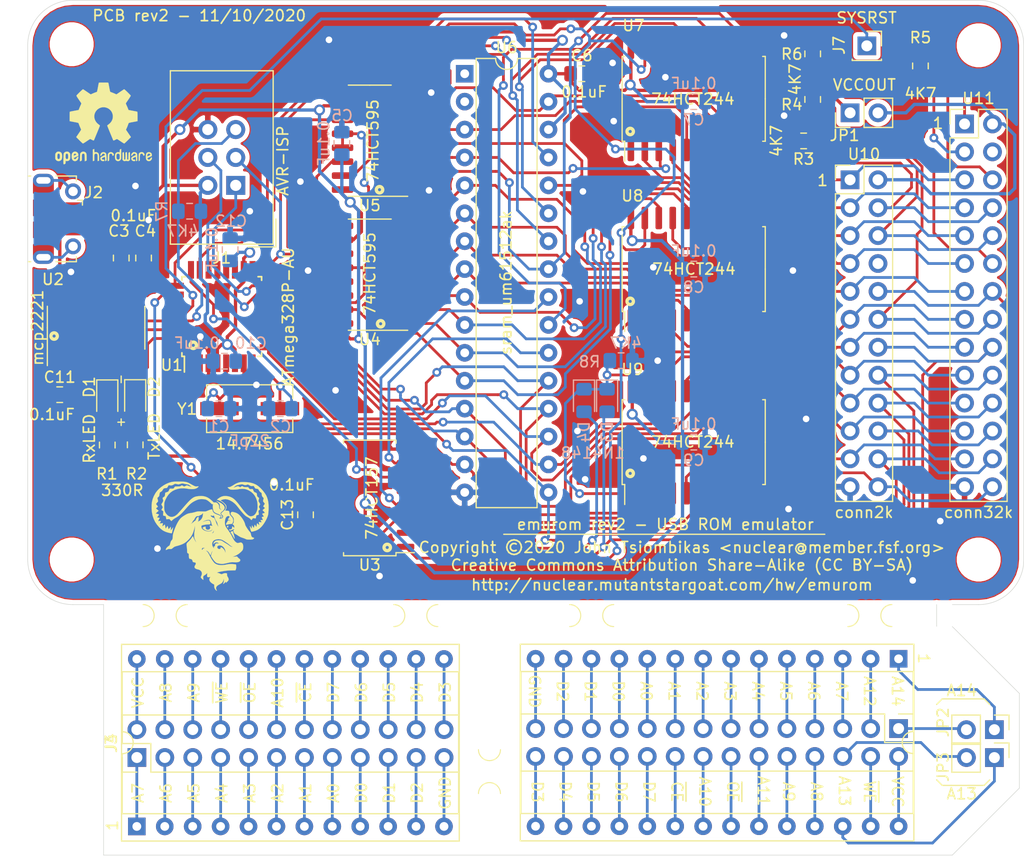
<source format=kicad_pcb>
(kicad_pcb (version 20221018) (generator pcbnew)
  (layers (0 "F.Cu" signal) (31 "B.Cu" signal) (34 "B.Paste" user) (35 "F.Paste" user) (36 "B.SilkS" user "B.Silkscreen") (37 "F.SilkS" user "F.Silkscreen") (38 "B.Mask" user) (39 "F.Mask" user) (44 "Edge.Cuts" user))
  (net 0 "")
  (net 1 "Net-(C1-Pad1)")
  (net 2 "GND")
  (net 3 "Net-(C2-Pad1)")
  (net 4 "Net-(C3-Pad2)")
  (net 5 "VCC")
  (net 6 "Net-(D1-Pad2)")
  (net 7 "Net-(D1-Pad1)")
  (net 8 "Net-(D2-Pad1)")
  (net 9 "Net-(D2-Pad2)")
  (net 10 "/MISO")
  (net 11 "/SCK")
  (net 12 "/MOSI")
  (net 13 "/~{RST}")
  (net 14 "Net-(J2-Pad6)")
  (net 15 "Net-(J2-Pad2)")
  (net 16 "Net-(J2-Pad3)")
  (net 17 "/dipconn/rom2k-24")
  (net 18 "/dipconn/rom2k-23")
  (net 19 "/dipconn/rom2k-22")
  (net 20 "/dipconn/rom2k-21")
  (net 21 "/dipconn/rom2k-20")
  (net 22 "/dipconn/rom2k-19")
  (net 23 "/dipconn/rom2k-18")
  (net 24 "/dipconn/rom2k-17")
  (net 25 "/dipconn/rom2k-16")
  (net 26 "/dipconn/rom2k-15")
  (net 27 "/dipconn/rom2k-14")
  (net 28 "/dipconn/rom2k-13")
  (net 29 "/dipconn/rom2k-12")
  (net 30 "/dipconn/rom2k-11")
  (net 31 "/dipconn/rom2k-10")
  (net 32 "/dipconn/rom2k-9")
  (net 33 "/dipconn/rom2k-8")
  (net 34 "/dipconn/rom2k-7")
  (net 35 "/dipconn/rom2k-6")
  (net 36 "/dipconn/rom2k-5")
  (net 37 "/dipconn/rom2k-4")
  (net 38 "/dipconn/rom2k-3")
  (net 39 "/dipconn/rom2k-2")
  (net 40 "/dipconn/rom2k-1")
  (net 41 "Net-(J5-Pad1)")
  (net 42 "/dipconn/rom32k-2")
  (net 43 "/dipconn/rom32k-3")
  (net 44 "/dipconn/rom32k-4")
  (net 45 "/dipconn/rom32k-5")
  (net 46 "/dipconn/rom32k-6")
  (net 47 "/dipconn/rom32k-7")
  (net 48 "/dipconn/rom32k-8")
  (net 49 "/dipconn/rom32k-9")
  (net 50 "/dipconn/rom32k-10")
  (net 51 "/dipconn/rom32k-11")
  (net 52 "/dipconn/rom32k-12")
  (net 53 "/dipconn/rom32k-13")
  (net 54 "/dipconn/rom32k-14")
  (net 55 "/dipconn/rom32k-15")
  (net 56 "/dipconn/rom32k-16")
  (net 57 "/dipconn/rom32k-17")
  (net 58 "/dipconn/rom32k-18")
  (net 59 "/dipconn/rom32k-19")
  (net 60 "/dipconn/rom32k-20")
  (net 61 "/dipconn/rom32k-21")
  (net 62 "/dipconn/rom32k-22")
  (net 63 "/dipconn/rom32k-23")
  (net 64 "/dipconn/rom32k-24")
  (net 65 "/dipconn/rom32k-25")
  (net 66 "Net-(J5-Pad26)")
  (net 67 "/dipconn/rom32k-27")
  (net 68 "/dipconn/rom32k-28")
  (net 69 "/dipconn/rom32k-1")
  (net 70 "/dipconn/rom32k-26")
  (net 71 "/VCCOUT")
  (net 72 "/D3")
  (net 73 "/D4")
  (net 74 "/D5")
  (net 75 "/D6")
  (net 76 "/D7")
  (net 77 "/D0")
  (net 78 "/D1")
  (net 79 "/~{SS}")
  (net 80 "/PGM")
  (net 81 "/~{CS}")
  (net 82 "/~{WR}")
  (net 83 "/~{OE}")
  (net 84 "/RX")
  (net 85 "/TX")
  (net 86 "/D2")
  (net 87 "/~{SYSOE}")
  (net 88 "/~{RAMOE}")
  (net 89 "/~{SYSCS}")
  (net 90 "/~{RAMCS}")
  (net 91 "/A1")
  (net 92 "/A2")
  (net 93 "/A3")
  (net 94 "/A4")
  (net 95 "/A5")
  (net 96 "/A6")
  (net 97 "/A7")
  (net 98 "Net-(U4-Pad9)")
  (net 99 "/A0")
  (net 100 "/A8")
  (net 101 "/A15")
  (net 102 "/A14")
  (net 103 "/A13")
  (net 104 "/A12")
  (net 105 "/A11")
  (net 106 "/A10")
  (net 107 "/A9")
  (net 108 "/SYSA8")
  (net 109 "/SYSA9")
  (net 110 "/SYSA10")
  (net 111 "/SYSA11")
  (net 112 "/SYSA14")
  (net 113 "/SYSA13")
  (net 114 "/SYSA12")
  (net 115 "/SYSA4")
  (net 116 "/SYSA5")
  (net 117 "/SYSA6")
  (net 118 "/SYSA7")
  (net 119 "/SYSA3")
  (net 120 "/SYSA2")
  (net 121 "/SYSA1")
  (net 122 "/SYSA0")
  (net 123 "/SYSD4")
  (net 124 "/SYSD5")
  (net 125 "/SYSD6")
  (net 126 "/SYSD7")
  (net 127 "/SYSD3")
  (net 128 "/SYSD2")
  (net 129 "/SYSD1")
  (net 130 "/SYSD0")
  (net 131 "/~{SYSRST}")
  (net 132 "Net-(D3-Pad1)")
  (footprint "Capacitor_SMD:C_0805_2012Metric_Pad1.15x1.40mm_HandSolder" (layer "F.Cu") (at 204.207 27.686)
    (fp_text reference "C6")
    (fp_text value "0.1uF")
  )
  (footprint "Capacitor_SMD:C_0805_2012Metric_Pad1.15x1.40mm_HandSolder" (layer "F.Cu") (at 156.709 56.896 180)
    (fp_text reference "C11")
    (fp_text value "0.1uF")
  )
  (footprint "LED_SMD:LED_0805_2012Metric_Pad1.15x1.40mm_HandSolder" (layer "F.Cu") (at 163.576 57.395 -90)
    (fp_text reference "D2")
    (fp_text value "TxLED")
  )
  (footprint "Connector_IDC:IDC-Header_2x03_P2.54mm_Vertical" (layer "F.Cu") (at 172.72 37.846 180)
    (fp_text reference "J1")
    (fp_text value "AVR-ISP")
  )
  (footprint "Resistor_SMD:R_0805_2012Metric_Pad1.15x1.40mm_HandSolder" (layer "F.Cu") (at 161.036 61.477 90)
    (fp_text reference "R1")
    (fp_text value "330R")
  )
  (footprint "Resistor_SMD:R_0805_2012Metric_Pad1.15x1.40mm_HandSolder" (layer "F.Cu") (at 163.576 61.459 -90)
    (fp_text reference "R2")
    (fp_text value "330R")
  )
  (footprint "Package_SO:SOIC-16_4.55x10.3mm_P1.27mm" (layer "F.Cu") (at 184.912 66.294 180)
    (fp_text reference "U3")
    (fp_text value "74HCT157")
  )
  (footprint "Package_SO:SOIC-16_3.9x9.9mm_P1.27mm" (layer "F.Cu") (at 184.912 45.974 180)
    (fp_text reference "U4")
    (fp_text value "74HCT595")
  )
  (footprint "Package_DIP:DIP-32_W7.62mm" (layer "F.Cu") (at 193.548 27.686)
    (fp_text reference "U6")
    (fp_text value "sram_um61512ak")
  )
  (footprint "LED_SMD:LED_0805_2012Metric_Pad1.15x1.40mm_HandSolder" (layer "F.Cu") (at 161.036 57.413 -90)
    (fp_text reference "D1")
    (fp_text value "RxLED")
  )
  (footprint "emurom:conn32k" (layer "F.Cu") (at 239.014 32.258)
    (fp_text reference "U11")
    (fp_text value "conn32k")
  )
  (footprint "emurom:conn2k" (layer "F.Cu") (at 228.6 37.338)
    (fp_text reference "U10")
    (fp_text value "conn2k")
  )
  (footprint "Package_SO:SOIC-20W_7.5x12.8mm_P1.27mm" (layer "F.Cu") (at 214.376 61.214 90)
    (fp_text reference "U9")
    (fp_text value "74HCT244")
  )
  (footprint "Package_SO:SOIC-16_3.9x9.9mm_P1.27mm" (layer "F.Cu") (at 184.912 33.782 180)
    (fp_text reference "U5")
    (fp_text value "74HCT595")
  )
  (footprint "Crystal:Crystal_SMD_ECS_CSM3X-2Pin_7.6x4.1mm" (layer "F.Cu") (at 173.99 58.166)
    (fp_text reference "Y1")
    (fp_text value "14.7456")
  )
  (footprint "Package_SO:SOIC-14_3.9x8.7mm_P1.27mm" (layer "F.Cu") (at 160.02 50.8 90)
    (fp_text reference "U2")
    (fp_text value "mcp2221")
  )
  (footprint "Capacitor_SMD:C_0805_2012Metric_Pad1.15x1.40mm_HandSolder" (layer "F.Cu") (at 179.07 67.827 90)
    (fp_text reference "C13")
    (fp_text value "0.1uF")
  )
  (footprint "Connector_PinSocket_2.54mm:PinSocket_1x01_P2.54mm_Vertical" (layer "F.Cu") (at 230.124 25.146)
    (fp_text reference "J7")
    (fp_text value "SYSRST")
  )
  (footprint "Package_DIP:DIP-28_W15.24mm_Socket" (layer "F.Cu") (at 233.014 80.934 -90)
    (fp_text reference "J6" hide)
    (fp_text value "dip32k")
  )
  (footprint "emurom:conn2k" (layer "F.Cu") (at 163.73 89.916 90)
    (fp_text reference "J3")
    (fp_text value "idc2k")
  )
  (footprint "Package_DIP:DIP-24_W15.24mm_Socket" (layer "F.Cu") (at 163.7236 96.1898 90)
    (fp_text reference "J4")
    (fp_text value "dip2k")
  )
  (footprint "Capacitor_SMD:C_0805_2012Metric_Pad1.15x1.40mm_HandSolder" (layer "F.Cu") (at 164.338 44.459 -90)
    (fp_text reference "C4")
    (fp_text value "0.1uF")
  )
  (footprint "Capacitor_SMD:C_0805_2012Metric_Pad1.15x1.40mm_HandSolder" (layer "F.Cu") (at 162.306 44.459 -90)
    (fp_text reference "C3")
    (fp_text value "0.1uF")
  )
  (footprint "Connector_USB:USB_Micro-B_Molex-105017-0001" (layer "F.Cu") (at 156.464 40.894 -90)
    (fp_text reference "J2")
    (fp_text value "USB_B_Micro")
  )
  (footprint "Package_QFP:TQFP-32_7x7mm_P0.8mm" (layer "F.Cu") (at 171.45 49.784 90)
    (fp_text reference "U1")
    (fp_text value "ATmega328P-AU")
  )
  (footprint "Package_SO:SOIC-20W_7.5x12.8mm_P1.27mm" (layer "F.Cu") (at 214.376 29.972 90)
    (fp_text reference "U7")
    (fp_text value "74HCT244")
  )
  (footprint "Package_SO:SOIC-20W_7.5x12.8mm_P1.27mm" (layer "F.Cu") (at 214.376 45.466 90)
    (fp_text reference "U8")
    (fp_text value "74HCT244")
  )
  (footprint "Connector_PinHeader_2.54mm:PinHeader_1x02_P2.54mm_Vertical" (layer "F.Cu") (at 228.6 31.242 90)
    (fp_text reference "JP1")
    (fp_text value "VCCOUT")
  )
  (footprint "emurom:conn32k" (layer "F.Cu") (at 233.014 87.284 -90)
    (fp_text reference "J5" hide)
    (fp_text value "idc32k")
  )
  (footprint "Connector_PinHeader_2.54mm:PinHeader_1x02_P2.54mm_Vertical" (layer "F.Cu") (at 241.726 89.924 -90)
    (fp_text reference "JP3")
    (fp_text value "JP A13")
  )
  (footprint "Resistor_SMD:R_0805_2012Metric_Pad1.15x1.40mm_HandSolder" (layer "F.Cu") (at 235 26.975 90)
    (fp_text reference "R5")
    (fp_text value "4K7")
  )
  (footprint "Resistor_SMD:R_0805_2012Metric_Pad1.15x1.40mm_HandSolder" (layer "F.Cu") (at 225.2 25.875 90)
    (fp_text reference "R6")
    (fp_text value "4K7")
  )
  (footprint "Resistor_SMD:R_0805_2012Metric_Pad1.15x1.40mm_HandSolder" (layer "F.Cu") (at 225.2 30.025 -90)
    (fp_text reference "R4")
    (fp_text value "4K7")
  )
  (footprint "Resistor_SMD:R_0805_2012Metric_Pad1.15x1.40mm_HandSolder" (layer "F.Cu") (at 224.375 33.8 180)
    (fp_text reference "R3")
    (fp_text value "4K7")
  )
  (footprint "MountingHole:MountingHole_3.2mm_M3" (layer "F.Cu") (at 240.3 71.9)
    (fp_text reference "REF**" hide)
    (fp_text value "MountingHole_3.2mm_M3" hide)
  )
  (footprint "MountingHole:MountingHole_3.2mm_M3" (layer "F.Cu") (at 157.8 71.9)
    (fp_text reference "REF**" hide)
    (fp_text value "MountingHole_3.2mm_M3" hide)
  )
  (footprint "MountingHole:MountingHole_3.2mm_M3" (layer "F.Cu") (at 157.8 25)
    (fp_text reference "REF**" hide)
    (fp_text value "MountingHole_3.2mm_M3" hide)
  )
  (footprint "MountingHole:MountingHole_3.2mm_M3" (layer "F.Cu") (at 240.3 25.1)
    (fp_text reference "REF**" hide)
    (fp_text value "MountingHole_3.2mm_M3" hide)
  )
  (footprint "emurom:mouse-bite-2mm-slot" (layer "F.Cu") (at 166.3 77)
    (fp_text reference "mouse-bite-2mm-slot" hide)
    (fp_text value "VAL**" hide)
  )
  (footprint "emurom:mouse-bite-2mm-slot" (layer "F.Cu") (at 189.1 77)
    (fp_text reference "mouse-bite-2mm-slot" hide)
    (fp_text value "VAL**" hide)
  )
  (footprint "emurom:mouse-bite-2mm-slot" (layer "F.Cu") (at 205.1 77)
    (fp_text reference "mouse-bite-2mm-slot" hide)
    (fp_text value "VAL**" hide)
  )
  (footprint "emurom:mouse-bite-2mm-slot" (layer "F.Cu") (at 230.4 77)
    (fp_text reference "mouse-bite-2mm-slot" hide)
    (fp_text value "VAL**" hide)
  )
  (footprint "emurom:mouse-bite-2mm-slot" (layer "F.Cu") (at 195.8 91.2 90)
    (fp_text reference "mouse-bite-2mm-slot" hide)
    (fp_text value "VAL**" hide)
  )
  (footprint "Symbol:OSHW-Logo2_9.8x8mm_SilkScreen" (layer "F.Cu") (at 160.7 32.2)
    (fp_text reference "REF**" hide)
    (fp_text value "OSHW-Logo2_9.8x8mm_SilkScreen" hide)
  )
  (footprint "emurom:gnulogo" (layer "F.Cu") (at 170.4 70)
    (fp_text reference "G***" hide)
    (fp_text value "LOGO" hide)
  )
  (footprint "Connector_PinHeader_2.54mm:PinHeader_1x02_P2.54mm_Vertical" (layer "F.Cu") (at 241.726 87.384 -90)
    (fp_text reference "JP2")
    (fp_text value "JP A14")
  )
  (footprint "Capacitor_SMD:C_0805_2012Metric_Pad1.15x1.40mm_HandSolder" (layer "B.Cu") (at 176.775 58.166 180)
    (fp_text reference "C2")
    (fp_text value "22pF")
  )
  (footprint "Capacitor_SMD:C_0805_2012Metric_Pad1.15x1.40mm_HandSolder" (layer "B.Cu") (at 182.372 34.027 90)
    (fp_text reference "C5")
    (fp_text value "0.1uF")
  )
  (footprint "Capacitor_SMD:C_0805_2012Metric_Pad1.15x1.40mm_HandSolder" (layer "B.Cu") (at 214.385 30.226)
    (fp_text reference "C7")
    (fp_text value "0.1uF")
  )
  (footprint "Capacitor_SMD:C_0805_2012Metric_Pad1.15x1.40mm_HandSolder" (layer "B.Cu") (at 214.385 45.466)
    (fp_text reference "C8")
    (fp_text value "0.1uF")
  )
  (footprint "Capacitor_SMD:C_0805_2012Metric_Pad1.15x1.40mm_HandSolder" (layer "B.Cu") (at 214.385 61.214)
    (fp_text reference "C9")
    (fp_text value "0.1uF")
  )
  (footprint "Capacitor_SMD:C_0805_2012Metric_Pad1.15x1.40mm_HandSolder" (layer "B.Cu") (at 171.695 53.848 180)
    (fp_text reference "C10")
    (fp_text value "0.1uF")
  )
  (footprint "Capacitor_SMD:C_0805_2012Metric_Pad1.15x1.40mm_HandSolder" (layer "B.Cu") (at 171.196 58.166)
    (fp_text reference "C1")
    (fp_text value "22pF")
  )
  (footprint "Capacitor_SMD:C_0805_2012Metric_Pad1.15x1.40mm_HandSolder" (layer "B.Cu") (at 172.212 43.697 90)
    (fp_text reference "C12")
    (fp_text value "0.1uF")
  )
  (footprint "Resistor_SMD:R_0805_2012Metric_Pad1.15x1.40mm_HandSolder" (layer "B.Cu") (at 168.525 40.2)
    (fp_text reference "R7")
    (fp_text value "4K7")
  )
  (footprint "Diode_SMD:D_0805_2012Metric_Pad1.15x1.40mm_HandSolder" (layer "B.Cu") (at 204.4 57.425 -90)
    (fp_text reference "D4")
    (fp_text value "1N4148")
  )
  (footprint "Resistor_SMD:R_0805_2012Metric_Pad1.15x1.40mm_HandSolder" (layer "B.Cu") (at 207.775 53.8)
    (fp_text reference "R8")
    (fp_text value "4K7")
  )
  (footprint "Diode_SMD:D_0805_2012Metric_Pad1.15x1.40mm_HandSolder" (layer "B.Cu") (at 206.5 57.425 -90)
    (fp_text reference "D3")
    (fp_text value "1N4148")
  )
  (gr_line (start 162.3 55.2) (end 162.3 55.8) (stroke (width 0.12)) (layer "F.SilkS"))
  (gr_circle (center 185.9 50.441421) (end 186 50.541421) (stroke (width 0.3)) (fill none) (layer "F.SilkS"))
  (gr_circle (center 185.8 38.241421) (end 185.9 38.341421) (stroke (width 0.3)) (fill none) (layer "F.SilkS"))
  (gr_circle (center 208.6 48.4) (end 208.7 48.5) (stroke (width 0.3)) (fill none) (layer "F.SilkS"))
  (gr_circle (center 208.6 64.058579) (end 208.7 64.158579) (stroke (width 0.3)) (fill none) (layer "F.SilkS"))
  (gr_circle (center 208.6 32.941421) (end 208.7 33.041421) (stroke (width 0.3)) (fill none) (layer "F.SilkS"))
  (gr_circle (center 156.2 51.558579) (end 156.3 51.658579) (stroke (width 0.3)) (fill none) (layer "F.SilkS"))
  (gr_circle (center 168.858579 52.4) (end 168.958579 52.5) (stroke (width 0.3)) (fill none) (layer "F.SilkS"))
  (gr_line (start 236.982 92.456) (end 236.474 91.948) (stroke (width 0.12)) (layer "F.SilkS"))
  (gr_line (start 240.792 92.456) (end 236.982 92.456) (stroke (width 0.12)) (layer "F.SilkS"))
  (gr_line (start 241.3 91.948) (end 240.792 92.456) (stroke (width 0.12)) (layer "F.SilkS"))
  (gr_line (start 197.1 69.6) (end 226.3 69.6) (stroke (width 0.12)) (layer "F.SilkS"))
  (gr_line (start 236.474 85.09) (end 236.982 84.582) (stroke (width 0.12)) (layer "F.SilkS"))
  (gr_line (start 236.982 84.582) (end 240.792 84.582) (stroke (width 0.12)) (layer "F.SilkS"))
  (gr_line (start 162 59.4) (end 162.6 59.4) (stroke (width 0.12)) (layer "F.SilkS"))
  (gr_circle (center 186.5 70.8) (end 186.6 70.9) (stroke (width 0.3)) (fill none) (layer "F.SilkS"))
  (gr_line (start 240.792 84.582) (end 241.3 85.09) (stroke (width 0.12)) (layer "F.SilkS"))
  (gr_line (start 162.3 59.1) (end 162.3 59.7) (stroke (width 0.12)) (layer "F.SilkS"))
  (gr_arc (start 153.8 25.1) (mid 155.000862 22.200862) (end 157.9 21) (stroke (width 0.05)) (layer "Edge.Cuts"))
  (gr_arc (start 240.3 21) (mid 243.199138 22.200862) (end 244.4 25.1) (stroke (width 0.05)) (layer "Edge.Cuts"))
  (gr_arc (start 244.4 71.9) (mid 243.199138 74.799138) (end 240.3 76) (stroke (width 0.05)) (layer "Edge.Cuts"))
  (gr_line (start 160.7 76) (end 157.9 76) (stroke (width 0.05)) (layer "Edge.Cuts"))
  (gr_line (start 237.9 78) (end 244 84.086) (stroke (width 0.05)) (layer "Edge.Cuts"))
  (gr_line (start 237.9 98.8) (end 160.7 98.8) (stroke (width 0.05)) (layer "Edge.Cuts"))
  (gr_line (start 160.7 98.8) (end 160.7 76) (stroke (width 0.05)) (layer "Edge.Cuts"))
  (gr_line (start 153.8 71.9) (end 153.8 25.1) (stroke (width 0.05)) (layer "Edge.Cuts"))
  (gr_line (start 157.9 21) (end 240.3 21) (stroke (width 0.05)) (layer "Edge.Cuts"))
  (gr_arc (start 157.9 76) (mid 155.000862 74.799138) (end 153.8 71.9) (stroke (width 0.05)) (layer "Edge.Cuts"))
  (gr_line (start 244 92.7) (end 237.9 98.8) (stroke (width 0.05)) (layer "Edge.Cuts"))
  (gr_line (start 236.474 76) (end 236.474 77.978) (stroke (width 0.05)) (layer "Edge.Cuts"))
  (gr_line (start 244 92.7) (end 244 84.086) (stroke (width 0.05)) (layer "Edge.Cuts"))
  (gr_line (start 240.3 76) (end 237.9 76) (stroke (width 0.05)) (layer "Edge.Cuts"))
  (gr_line (start 244.4 25.1) (end 244.4 71.9) (stroke (width 0.05)) (layer "Edge.Cuts"))
  (gr_text "1" (at 236.6 32.2) (layer "F.SilkS") (effects (font (size 1 1))))
  (gr_text "1" (at 235.3 80.9 270) (layer "F.SilkS") (effects (font (size 1 1))))
  (gr_text "1" (at 161.5 96.1 90) (layer "F.SilkS") (effects (font (size 1 1))))
  (gr_text "A8" (at 166.37 84 90) (layer "F.SilkS") (effects (font (size 1 1))))
  (gr_text "A9" (at 168.91 84 90) (layer "F.SilkS") (effects (font (size 1 1))))
  (gr_text "~{WE}" (at 171.45 84 90) (layer "F.SilkS") (effects (font (size 1 1))))
  (gr_text "~{OE}" (at 173.99 84 90) (layer "F.SilkS") (effects (font (size 1 1))))
  (gr_text "A10" (at 176.53 84 90) (layer "F.SilkS") (effects (font (size 1 1))))
  (gr_text "~{CE}" (at 179.07 84 90) (layer "F.SilkS") (effects (font (size 1 1))))
  (gr_text "D7" (at 181.61 84 90) (layer "F.SilkS") (effects (font (size 1 1))))
  (gr_text "D6" (at 184.15 84 90) (layer "F.SilkS") (effects (font (size 1 1))))
  (gr_text "D5" (at 186.69 84 90) (layer "F.SilkS") (effects (font (size 1 1))))
  (gr_text "D4" (at 189.23 84 90) (layer "F.SilkS") (effects (font (size 1 1))))
  (gr_text "D3" (at 191.77 84 90) (layer "F.SilkS") (effects (font (size 1 1))))
  (gr_text "A3" (at 173.99 93.144 90) (layer "F.SilkS") (effects (font (size 1 1))))
  (gr_text "A5" (at 168.91 93.144 90) (layer "F.SilkS") (effects (font (size 1 1))))
  (gr_text "A4" (at 171.45 93.144 90) (layer "F.SilkS") (effects (font (size 1 1))))
  (gr_text "A2" (at 176.53 93.144 90) (layer "F.SilkS") (effects (font (size 1 1))))
  (gr_text "A6" (at 166.37 93.144 90) (layer "F.SilkS") (effects (font (size 1 1))))
  (gr_text "D2" (at 189.23 93.144 90) (layer "F.SilkS") (effects (font (size 1 1))))
  (gr_text "D0" (at 184.15 93.144 90) (layer "F.SilkS") (effects (font (size 1 1))))
  (gr_text "D1" (at 186.69 93.144 90) (layer "F.SilkS") (effects (font (size 1 1))))
  (gr_text "A1" (at 179.07 93.144 90) (layer "F.SilkS") (effects (font (size 1 1))))
  (gr_text "GND" (at 191.77 93.144 90) (layer "F.SilkS") (effects (font (size 1 1))))
  (gr_text "A7" (at 163.83 93.144 90) (layer "F.SilkS") (effects (font (size 1 1))))
  (gr_text "A0" (at 181.61 93.144 90) (layer "F.SilkS") (effects (font (size 1 1))))
  (gr_text "A5" (at 222.758 83.894 270) (layer "F.SilkS") (effects (font (size 1 1))))
  (gr_text "A4" (at 220.218 83.894 270) (layer "F.SilkS") (effects (font (size 1 1))))
  (gr_text "D0" (at 207.518 83.894 270) (layer "F.SilkS") (effects (font (size 1 1))))
  (gr_text "A0" (at 210.058 83.894 270) (layer "F.SilkS") (effects (font (size 1 1))))
  (gr_text "GND" (at 199.898 83.894 270) (layer "F.SilkS") (effects (font (size 1 1))))
  (gr_text "A3" (at 217.678 83.894 270) (layer "F.SilkS") (effects (font (size 1 1))))
  (gr_text "A7" (at 227.838 83.894 270) (layer "F.SilkS") (effects (font (size 1 1))))
  (gr_text "D2" (at 202.438 83.894 270) (layer "F.SilkS") (effects (font (size 1 1))))
  (gr_text "D1" (at 204.978 83.894 270) (layer "F.SilkS") (effects (font (size 1 1))))
  (gr_text "A2" (at 215.138 83.894 270) (layer "F.SilkS") (effects (font (size 1 1))))
  (gr_text "A1" (at 212.598 83.894 270) (layer "F.SilkS") (effects (font (size 1 1))))
  (gr_text "A6" (at 225.298 83.894 270) (layer "F.SilkS") (effects (font (size 1 1))))
  (gr_text "~{OE}" (at 217.932 93.038 270) (layer "F.SilkS") (effects (font (size 1 1))))
  (gr_text "A9" (at 223.012 93.038 270) (layer "F.SilkS") (effects (font (size 1 1))))
  (gr_text "~{WE}" (at 230.378 93.038 270) (layer "F.SilkS") (effects (font (size 1 1))))
  (gr_text "A10" (at 215.392 93.038 270) (layer "F.SilkS") (effects (font (size 1 1))))
  (gr_text "A8" (at 225.552 93.038 270) (layer "F.SilkS") (effects (font (size 1 1))))
  (gr_text "D4" (at 202.692 93.038 270) (layer "F.SilkS") (effects (font (size 1 1))))
  (gr_text "D6" (at 207.772 93.038 270) (layer "F.SilkS") (effects (font (size 1 1))))
  (gr_text "D5" (at 205.232 93.038 270) (layer "F.SilkS") (effects (font (size 1 1))))
  (gr_text "~{CE}" (at 212.852 93.038 270) (layer "F.SilkS") (effects (font (size 1 1))))
  (gr_text "D3" (at 200.152 93.038 270) (layer "F.SilkS") (effects (font (size 1 1))))
  (gr_text "VCC" (at 232.918 93.038 270) (layer "F.SilkS") (effects (font (size 1 1))))
  (gr_text "D7" (at 210.312 93.038 270) (layer "F.SilkS") (effects (font (size 1 1))))
  (gr_text "A13" (at 228.092 92.964 270) (layer "F.SilkS") (effects (font (size 1 1))))
  (gr_text "A11" (at 220.726 92.964 270) (layer "F.SilkS") (effects (font (size 1 1))))
  (gr_text "A12" (at 230.378 83.894 270) (layer "F.SilkS") (effects (font (size 1 1))))
  (gr_text "A14" (at 232.918 83.894 270) (layer "F.SilkS") (effects (font (size 1 1))))
  (gr_text "A14" (at 238.76 83.82) (layer "F.SilkS") (effects (font (size 1 1))))
  (gr_text "VCC" (at 163.83 84 90) (layer "F.SilkS") (effects (font (size 1 1))))
  (gr_text "http://nuclear.mutantstargoat.com/hw/emurom" (at 212.4 74.2) (layer "F.SilkS") (effects (font (size 1 1))))
  (gr_text "emurom rev2 - USB ROM emulator" (at 211.8 68.7) (layer "F.SilkS") (effects (font (size 1 1))))
  (gr_text "Copyright ©2020 John Tsiombikas <nuclear@member.fsf.org>\nCreative Commons Attribution Share-Alike (CC BY-SA)" (at 213.3 71.6) (layer "F.SilkS") (effects (font (size 1 1))))
  (gr_text "PCB rev2 - 11/10/2020" (at 169.4 22.4) (layer "F.SilkS") (effects (font (size 1 1))))
  (gr_text "A13" (at 238.76 93.218) (layer "F.SilkS") (effects (font (size 1 1))))
  (gr_text "1" (at 226.1 37.4) (layer "F.SilkS") (effects (font (size 1 1))))
  (segment (start 171.24 57.316) (end 173.45 55.106) (width 0.25) (layer "F.Cu") (net 1))
  (segment (start 171.099999 57.099999) (end 170.7 56.7) (width 0.25) (layer "F.Cu") (net 1))
  (segment (start 173.45 55.084) (end 173.45 54.034) (width 0.25) (layer "F.Cu") (net 1))
  (segment (start 171.24 57.24) (end 171.099999 57.099999) (width 0.25) (layer "F.Cu") (net 1))
  (segment (start 171.24 57.316) (end 171.24 57.24) (width 0.25) (layer "F.Cu") (net 1))
  (segment (start 171.24 58.166) (end 171.24 57.316) (width 0.25) (layer "F.Cu") (net 1))
  (segment (start 173.45 55.106) (end 173.45 55.084) (width 0.25) (layer "F.Cu") (net 1))
  (via (at 170.7 56.7) (size 0.8) (drill 0.4) (layers "F.Cu" "B.Cu") (net 1))
  (segment (start 170.171 57.229) (end 170.7 56.7) (width 0.25) (layer "B.Cu") (net 1))
  (segment (start 170.171 58.166) (end 170.171 57.229) (width 0.25) (layer "B.Cu") (net 1))
  (segment (start 170.7 51.6) (end 169.5 51.6) (width 0.3) (layer "F.Cu") (net 2))
  (segment (start 159.6 42.5) (end 159.6 43.854) (width 0.3) (layer "F.Cu") (net 2))
  (segment (start 170.25 54.034) (end 170.25 55.15) (width 0.3) (layer "F.Cu") (net 2))
  (segment (start 184.040998 61.849) (end 187.362 61.849) (width 0.3) (layer "F.Cu") (net 2))
  (segment (start 159.294 42.194) (end 159.6 42.5) (width 0.3) (layer "F.Cu") (net 2))
  (segment (start 171.05 45.534) (end 171.05 47.15) (width 0.3) (layer "F.Cu") (net 2))
  (segment (start 187.362 61.849) (end 188.162 61.849) (width 0.3) (layer "F.Cu") (net 2))
  (segment (start 170.25 55.15) (end 170.6 55.5) (width 0.3) (layer "F.Cu") (net 2))
  (segment (start 179.07 65.319566) (end 180.000566 64.389) (width 0.3) (layer "F.Cu") (net 2))
  (segment (start 181.535 66.802) (end 181.662 66.929) (width 0.3) (layer "F.Cu") (net 2))
  (segment (start 181.662 64.389) (end 181.662 63.119) (width 0.3) (layer "F.Cu") (net 2))
  (segment (start 171.9 50.4) (end 170.7 51.6) (width 0.3) (layer "F.Cu") (net 2))
  (segment (start 159.6 43.854) (end 157.734 45.72) (width 0.3) (layer "F.Cu") (net 2))
  (segment (start 182.770998 63.119) (end 184.040998 61.849) (width 0.3) (layer "F.Cu") (net 2))
  (segment (start 157.9265 42.194) (end 159.294 42.194) (width 0.3) (layer "F.Cu") (net 2))
  (segment (start 179.07 66.802) (end 179.07 65.319566) (width 0.3) (layer "F.Cu") (net 2))
  (segment (start 181.662 68.199) (end 181.662 66.929) (width 0.3) (layer "F.Cu") (net 2))
  (segment (start 171.9 48) (end 171.9 50.4) (width 0.3) (layer "F.Cu") (net 2))
  (segment (start 171.85 55.134) (end 171.85 54.034) (width 0.3) (layer "F.Cu") (net 2))
  (segment (start 171.05 47.15) (end 171.9 48) (width 0.3) (layer "F.Cu") (net 2))
  (segment (start 181.662 69.469) (end 181.662 68.199) (width 0.3) (layer "F.Cu") (net 2))
  (segment (start 170.6 55.5) (end 171.484 55.5) (width 0.3) (layer "F.Cu") (net 2))
  (segment (start 180.000566 64.389) (end 181.662 64.389) (width 0.3) (layer "F.Cu") (net 2))
  (segment (start 181.662 63.119) (end 182.770998 63.119) (width 0.3) (layer "F.Cu") (net 2))
  (segment (start 179.07 66.802) (end 181.535 66.802) (width 0.3) (layer "F.Cu") (net 2))
  (segment (start 171.484 55.5) (end 171.85 55.134) (width 0.3) (layer "F.Cu") (net 2))
  (via (at 157.734 45.72) (size 1) (drill 0.6) (layers "F.Cu" "B.Cu") (net 2))
  (via (at 164.8 41) (size 1) (drill 0.6) (layers "F.Cu" "B.Cu") (net 2))
  (via (at 163.6 37.9) (size 1) (drill 0.6) (layers "F.Cu" "B.Cu") (net 2))
  (via (at 179.3 45.6) (size 1) (drill 0.6) (layers "F.Cu" "B.Cu") (net 2))
  (via (at 190.3 38.3) (size 1) (drill 0.6) (layers "F.Cu" "B.Cu") (net 2))
  (via (at 203.8 60.2) (size 1) (drill 0.6) (layers "F.Cu" "B.Cu") (net 2))
  (via (at 223.4 45.6) (size 1) (drill 0.6) (layers "F.Cu" "B.Cu") (net 2))
  (via (at 210.7 45.3) (size 1) (drill 0.6) (layers "F.Cu" "B.Cu") (net 2))
  (via (at 211.1 53.8) (size 1) (drill 0.6) (layers "F.Cu" "B.Cu") (net 2))
  (via (at 223 67.3) (size 1) (drill 0.6) (layers "F.Cu" "B.Cu") (net 2))
  (via (at 236.8 68.4) (size 1) (drill 0.6) (layers "F.Cu" "B.Cu") (net 2))
  (via (at 234.3 73.8) (size 1) (drill 0.6) (layers "F.Cu" "B.Cu") (net 2))
  (via (at 185.8 73.4) (size 1) (drill 0.6) (layers "F.Cu" "B.Cu") (net 2))
  (via (at 165.6 70.9) (size 1) (drill 0.6) (layers "F.Cu" "B.Cu") (net 2))
  (via (at 176.2 64.9) (size 1) (drill 0.6) (layers "F.Cu" "B.Cu") (net 2))
  (via (at 174 40.2) (size 1) (drill 0.6) (layers "F.Cu" "B.Cu") (net 2))
  (via (at 169.5 51.6) (size 1) (drill 0.6) (layers "F.Cu" "B.Cu") (net 2))
  (via (at 174.6 56) (size 1) (drill 0.6) (layers "F.Cu" "B.Cu") (net 2))
  (via (at 211.8 28) (size 1) (drill 0.6) (layers "F.Cu" "B.Cu") (net 2))
  (via (at 207 26.7) (size 1) (drill 0.6) (layers "F.Cu" "B.Cu") (net 2))
  (via (at 222.6 31.5) (size 1) (drill 0.6) (layers "F.Cu" "B.Cu") (net 2))
  (via (at 222.6 24.2) (size 1) (drill 0.6) (layers "F.Cu" "B.Cu") (net 2))
  (via (at 224.6 59.1) (size 1) (drill 0.6) (layers "F.Cu" "B.Cu") (net 2))
  (via (at 181.2 24.6) (size 1) (drill 0.6) (layers "F.Cu" "B.Cu") (net 2))
  (via (at 178.6 37.5) (size 1) (drill 0.6) (layers "F.Cu" "B.Cu") (net 2))
  (via (at 190.5 29.4) (size 1) (drill 0.6) (layers "F.Cu" "B.Cu") (net 2))
  (via (at 181.8 56.5) (size 1) (drill 0.6) (layers "F.Cu" "B.Cu") (net 2))
  (via (at 207.1 32) (size 1) (drill 0.6) (layers "F.Cu" "B.Cu") (net 2))
  (via (at 204.3 38.4) (size 1) (drill 0.6) (layers "F.Cu" "B.Cu") (net 2))
  (via (at 204 48.4) (size 1) (drill 0.6) (layers "F.Cu" "B.Cu") (net 2))
  (via (at 209.8 62.7) (size 1) (drill 0.6) (layers "F.Cu" "B.Cu") (net 2))
  (via (at 204.5 64.6) (size 1) (drill 0.6) (layers "F.Cu" "B.Cu") (net 2))
  (segment (start 176.74 58.166) (end 176.74 55.999) (width 0.25) (layer "F.Cu") (net 3))
  (segment (start 176.74 55.999) (end 174.775 54.034) (width 0.25) (layer "F.Cu") (net 3))
  (segment (start 176.74 55.999) (end 176.74 56.09) (width 0.25) (layer "F.Cu") (net 3))
  (segment (start 176.74 56.09) (end 176.784 56.134) (width 0.25) (layer "F.Cu") (net 3))
  (segment (start 174.775 54.034) (end 174.25 54.034) (width 0.25) (layer "F.Cu") (net 3))
  (via (at 176.784 56.134) (size 0.8) (drill 0.4) (layers "F.Cu" "B.Cu") (net 3))
  (segment (start 176.784 56.134) (end 177.8 57.15) (width 0.25) (layer "B.Cu") (net 3))
  (segment (start 177.8 57.15) (end 177.8 58.166) (width 0.25) (layer "B.Cu") (net 3))
  (segment (start 162.306 45.484) (end 164.338 45.484) (width 0.25) (layer "F.Cu") (net 4))
  (segment (start 161.306 45.484) (end 162.306 45.484) (width 0.25) (layer "F.Cu") (net 4))
  (segment (start 160.02 46.77) (end 161.306 45.484) (width 0.25) (layer "F.Cu") (net 4))
  (segment (start 160.02 48.325) (end 160.02 46.77) (width 0.25) (layer "F.Cu") (net 4))
  (segment (start 162.052 45.738) (end 162.306 45.484) (width 0.25) (layer "F.Cu") (net 4))
  (segment (start 156.21 55.372) (end 156.21 54.25) (width 0.3) (layer "F.Cu") (net 5))
  (segment (start 156.21 53.275) (end 156.21 51.308) (width 0.3) (layer "F.Cu") (net 5))
  (segment (start 208.661 42.74799) (end 208.788 42.87499) (width 0.3) (layer "F.Cu") (net 5))
  (segment (start 184.5 68.701) (end 184.5 67.507106) (width 0.3) (layer "F.Cu") (net 5))
  (segment (start 173.45 44.482) (end 173.99 43.942) (width 0.3) (layer "F.Cu") (net 5))
  (segment (start 155.194 50.292) (end 155.194 46.736) (width 0.3) (layer "F.Cu") (net 5))
  (segment (start 175.480234 68.852) (end 169.112234 62.484) (width 0.3) (layer "F.Cu") (net 5))
  (segment (start 184.15 40.386) (end 183.134 39.37) (width 0.3) (layer "F.Cu") (net 5))
  (segment (start 182.437 38.673) (end 182.437 38.227) (width 0.3) (layer "F.Cu") (net 5))
  (segment (start 163.558 62.502) (end 163.576 62.484) (width 0.3) (layer "F.Cu") (net 5))
  (segment (start 222.499999 29.199999) (end 209.099999 29.199999) (width 0.3) (layer "F.Cu") (net 5))
  (segment (start 157.002 39.594) (end 157.9265 39.594) (width 0.3) (layer "F.Cu") (net 5))
  (segment (start 169.112234 62.484) (end 164.276 62.484) (width 0.3) (layer "F.Cu") (net 5))
  (segment (start 208.788 58.674) (end 208.788 56.691) (width 0.3) (layer "F.Cu") (net 5))
  (segment (start 172.7 47.384) (end 172.7 50.874894) (width 0.3) (layer "F.Cu") (net 5))
  (segment (start 179.959 70.739) (end 179.07 69.85) (width 0.3) (layer "F.Cu") (net 5))
  (segment (start 185.544 26.8) (end 189.4 26.8) (width 0.3) (layer "F.Cu") (net 5))
  (segment (start 166.116 37.846) (end 170.18 37.846) (width 0.3) (layer "F.Cu") (net 5))
  (segment (start 182.437 50.419) (end 182.437 51.119) (width 0.3) (layer "F.Cu") (net 5))
  (segment (start 171.45 52.324) (end 171.958 52.324) (width 0.3) (layer "F.Cu") (net 5))
  (segment (start 182.437 51.119) (end 183.134 51.816) (width 0.3) (layer "F.Cu") (net 5))
  (segment (start 209.099999 29.199999) (end 208.6 28.7) (width 0.3) (layer "F.Cu") (net 5))
  (segment (start 155.194 46.736) (end 156.718 45.212) (width 0.3) (layer "F.Cu") (net 5))
  (segment (start 184.404 29.615) (end 184.404 27.94) (width 0.3) (layer "F.Cu") (net 5))
  (segment (start 166.116 34.29) (end 167.140001 33.265999) (width 0.3) (layer "F.Cu") (net 5))
  (segment (start 159.512 58.674) (end 156.21 55.372) (width 0.3) (layer "F.Cu") (net 5))
  (segment (start 171.958 51.616894) (end 171.958 52.324) (width 0.3) (layer "F.Cu") (net 5))
  (segment (start 167.140001 33.265999) (end 167.64 32.766) (width 0.3) (layer "F.Cu") (net 5))
  (segment (start 179.07 68.852) (end 175.480234 68.852) (width 0.3) (layer "F.Cu") (net 5))
  (segment (start 172.212 52.324) (end 171.958 52.324) (width 0.3) (layer "F.Cu") (net 5))
  (segment (start 189.4 26.8) (end 192.324 23.876) (width 0.3) (layer "F.Cu") (net 5))
  (segment (start 192.324 23.876) (end 198.12 23.876) (width 0.3) (layer "F.Cu") (net 5))
  (segment (start 198.882 24.638) (end 202.438 24.638) (width 0.3) (layer "F.Cu") (net 5))
  (segment (start 203.182 28.386) (end 203.995999 29.199999) (width 0.3) (layer "F.Cu") (net 5))
  (segment (start 173.45 45.534) (end 173.45 46.634) (width 0.3) (layer "F.Cu") (net 5))
  (segment (start 156.718 39.878) (end 157.002 39.594) (width 0.3) (layer "F.Cu") (net 5))
  (segment (start 173.45 46.634) (end 172.7 47.384) (width 0.3) (layer "F.Cu") (net 5))
  (segment (start 181.662 70.739) (end 182.462 70.739) (width 0.3) (layer "F.Cu") (net 5))
  (segment (start 181.662 70.739) (end 179.959 70.739) (width 0.3) (layer "F.Cu") (net 5))
  (segment (start 159.512 61.678) (end 159.512 58.674) (width 0.3) (layer "F.Cu") (net 5))
  (segment (start 164.368 39.594) (end 166.116 37.846) (width 0.3) (layer "F.Cu") (net 5))
  (segment (start 172.7 50.874894) (end 171.958 51.616894) (width 0.3) (layer "F.Cu") (net 5))
  (segment (start 201.168 27.686) (end 203.182 27.686) (width 0.3) (layer "F.Cu") (net 5))
  (segment (start 171.05 52.724) (end 171.45 52.324) (width 0.3) (layer "F.Cu") (net 5))
  (segment (start 160.336 62.502) (end 159.512 61.678) (width 0.3) (layer "F.Cu") (net 5))
  (segment (start 183.412 42.799) (end 184.15 42.061) (width 0.3) (layer "F.Cu") (net 5))
  (segment (start 208.788 56.691) (end 208.661 56.564) (width 0.3) (layer "F.Cu") (net 5))
  (segment (start 203.995999 29.199999) (end 208.100001 29.199999) (width 0.3) (layer "F.Cu") (net 5))
  (segment (start 171.05 54.034) (end 171.05 52.724) (width 0.3) (layer "F.Cu") (net 5))
  (segment (start 180.721 30.607) (end 182.437 30.607) (width 0.3) (layer "F.Cu") (net 5))
  (segment (start 172.65 54.034) (end 172.65 52.762) (width 0.3) (layer "F.Cu") (net 5))
  (segment (start 208.661 40.816) (end 208.661 42.74799) (width 0.3) (layer "F.Cu") (net 5))
  (segment (start 183.412 30.607) (end 184.404 29.615) (width 0.3) (layer "F.Cu") (net 5))
  (segment (start 179.07 69.85) (end 179.07 68.852) (width 0.3) (layer "F.Cu") (net 5))
  (segment (start 208.661 28.639) (end 208.6 28.7) (width 0.3) (layer "F.Cu") (net 5))
  (segment (start 164.276 62.484) (end 163.576 62.484) (width 0.3) (layer "F.Cu") (net 5))
  (segment (start 156.21 51.308) (end 155.194 50.292) (width 0.3) (layer "F.Cu") (net 5))
  (segment (start 198.12 23.876) (end 198.882 24.638) (width 0.3) (layer "F.Cu") (net 5))
  (segment (start 182.437 30.607) (end 183.412 30.607) (width 0.3) (layer "F.Cu") (net 5))
  (segment (start 172.65 52.762) (end 172.212 52.324) (width 0.3) (layer "F.Cu") (net 5))
  (segment (start 157.9265 39.594) (end 164.368 39.594) (width 0.3) (layer "F.Cu") (net 5))
  (segment (start 173.45 45.534) (end 173.45 44.482) (width 0.3) (layer "F.Cu") (net 5))
  (segment (start 223.3 30) (end 222.499999 29.199999) (width 0.3) (layer "F.Cu") (net 5))
  (segment (start 184.15 42.061) (end 184.15 40.386) (width 0.3) (layer "F.Cu") (net 5))
  (segment (start 180.34 30.988) (end 180.721 30.607) (width 0.3) (layer "F.Cu") (net 5))
  (segment (start 182.437 42.799) (end 183.412 42.799) (width 0.3) (layer "F.Cu") (net 5))
  (segment (start 208.661 25.322) (end 208.661 28.639) (width 0.3) (layer "F.Cu") (net 5))
  (segment (start 183.134 51.816) (end 183.896 51.816) (width 0.3) (layer "F.Cu") (net 5))
  (segment (start 227.358 30) (end 223.3 30) (width 0.3) (layer "F.Cu") (net 5))
  (segment (start 208.100001 29.199999) (end 208.6 28.7) (width 0.3) (layer "F.Cu") (net 5))
  (segment (start 182.462 70.739) (end 184.5 68.701) (width 0.3) (layer "F.Cu") (net 5))
  (segment (start 161.036 62.502) (end 160.336 62.502) (width 0.3) (layer "F.Cu") (net 5))
  (segment (start 156.21 54.25) (end 156.21 53.275) (width 0.3) (layer "F.Cu") (net 5))
  (segment (start 203.182 27.686) (end 203.182 28.386) (width 0.3) (layer "F.Cu") (net 5))
  (segment (start 156.718 45.212) (end 156.718 39.878) (width 0.3) (layer "F.Cu") (net 5))
  (segment (start 184.404 27.94) (end 185.544 26.8) (width 0.3) (layer "F.Cu") (net 5))
  (segment (start 184.5 67.507106) (end 184.5 66.8) (width 0.3) (layer "F.Cu") (net 5))
  (segment (start 228.6 31.242) (end 227.358 30) (width 0.3) (layer "F.Cu") (net 5))
  (segment (start 166.116 37.846) (end 166.116 34.29) (width 0.3) (layer "F.Cu") (net 5))
  (segment (start 183.134 39.37) (end 182.437 38.673) (width 0.3) (layer "F.Cu") (net 5))
  (segment (start 161.036 62.502) (end 163.558 62.502) (width 0.3) (layer "F.Cu") (net 5))
  (via (at 183.134 39.37) (size 1) (drill 0.6) (layers "F.Cu" "B.Cu") (net 5))
  (via (at 180.34 30.988) (size 1) (drill 0.6) (layers "F.Cu" "B.Cu") (net 5))
  (via (at 208.788 42.87499) (size 1) (drill 0.6) (layers "F.Cu" "B.Cu") (net 5))
  (via (at 208.788 58.674) (size 1) (drill 0.6) (layers "F.Cu" "B.Cu") (net 5))
  (via (at 183.896 51.816) (size 0.8) (drill 0.4) (layers "F.Cu" "B.Cu") (net 5))
  (via (at 208.6 28.7) (size 1) (drill 0.6) (layers "F.Cu" "B.Cu") (net 5))
  (via (at 184.5 66.8) (size 1) (drill 0.6) (layers "F.Cu" "B.Cu") (net 5))
  (via (at 202.438 24.638) (size 1) (drill 0.6) (layers "F.Cu" "B.Cu") (net 5))
  (via (at 173.99 43.942) (size 1) (drill 0.6) (layers "F.Cu" "B.Cu") (net 5))
  (via (at 171.958 52.324) (size 1) (drill 0.6) (layers "F.Cu" "B.Cu") (net 5))
  (via (at 167.64 32.766) (size 1) (drill 0.6) (layers "F.Cu" "B.Cu") (net 5))
  (segment (start 211.328 61.214) (end 208.788 58.674) (width 0.3) (layer "B.Cu") (net 5))
  (segment (start 171.458001 51.824001) (end 171.958 52.324) (width 0.3) (layer "B.Cu") (net 5))
  (segment (start 183.896 51.816) (end 184.5 52.42) (width 0.3) (layer "B.Cu") (net 5))
  (segment (start 183.134 39.37) (end 183.896 40.132) (width 0.3) (layer "B.Cu") (net 5))
  (segment (start 190.8 73.1) (end 184.999999 67.299999) (width 0.3) (layer "B.Cu") (net 5))
  (segment (start 180.34 30.988) (end 169.418 30.988) (width 0.3) (layer "B.Cu") (net 5))
  (segment (start 202.674978 29.192978) (end 201.967999 28.485999) (width 0.3) (layer "B.Cu") (net 5))
  (segment (start 213.36 45.466) (end 213.36 44.766) (width 0.3) (layer "B.Cu") (net 5))
  (segment (start 211.46899 42.87499) (end 208.788 42.87499) (width 0.3) (layer "B.Cu") (net 5))
  (segment (start 170.149999 49.439999) (end 169.949999 49.639999) (width 0.3) (layer "B.Cu") (net 5))
  (segment (start 172.992 43.942) (end 172.212 44.722) (width 0.3) (layer "B.Cu") (net 5))
  (segment (start 201.967999 28.485999) (end 201.168 27.686) (width 0.3) (layer "B.Cu") (net 5))
  (segment (start 184.999999 67.299999) (end 184.5 66.8) (width 0.3) (layer "B.Cu") (net 5))
  (segment (start 213.36 30.226) (end 210.126 30.226) (width 0.3) (layer "B.Cu") (net 5))
  (segment (start 210.126 30.226) (end 209.099999 29.199999) (width 0.3) (layer "B.Cu") (net 5))
  (segment (start 183.896 51.250315) (end 183.896 51.816) (width 0.3) (layer "B.Cu") (net 5))
  (segment (start 213.36 61.214) (end 211.328 61.214) (width 0.3) (layer "B.Cu") (net 5))
  (segment (start 213.36 44.766) (end 211.46899 42.87499) (width 0.3) (layer "B.Cu") (net 5))
  (segment (start 169.5 38.526) (end 169.5 46.3) (width 0.3) (layer "B.Cu") (net 5))
  (segment (start 182.372 35.052) (end 182.372 38.608) (width 0.3) (layer "B.Cu") (net 5))
  (segment (start 180.34 36.576) (end 180.34 30.988) (width 0.3) (layer "B.Cu") (net 5))
  (segment (start 183.896 40.132) (end 183.896 51.250315) (width 0.3) (layer "B.Cu") (net 5))
  (segment (start 213.36 46.166) (end 213.36 61.214) (width 0.3) (layer "B.Cu") (net 5))
  (segment (start 201.168 25.908) (end 201.168 27.686) (width 0.3) (layer "B.Cu") (net 5))
  (segment (start 182.372 38.608) (end 183.134 39.37) (width 0.3) (layer "B.Cu") (net 5))
  (segment (start 170.149999 46.949999) (end 170.149999 49.439999) (width 0.3) (layer "B.Cu") (net 5))
  (segment (start 213.36 45.466) (end 213.36 30.226) (width 0.3) (layer "B.Cu") (net 5))
  (segment (start 213.36 45.466) (end 213.36 46.166) (width 0.3) (layer "B.Cu") (net 5))
  (segment (start 169.949999 49.639999) (end 169.949999 50.315999) (width 0.3) (layer "B.Cu") (net 5))
  (segment (start 184.5 52.42) (end 184.5 66.092894) (width 0.3) (layer "B.Cu") (net 5))
  (segment (start 202.438 24.638) (end 201.168 25.908) (width 0.3) (layer "B.Cu") (net 5))
  (segment (start 202.674978 31.259022) (end 202.674978 29.192978) (width 0.3) (layer "B.Cu") (net 5))
  (segment (start 168.139999 32.266001) (end 167.64 32.766) (width 0.3) (layer "B.Cu") (net 5))
  (segment (start 172.72 53.086) (end 171.958 52.324) (width 0.3) (layer "B.Cu") (net 5))
  (segment (start 170.18 37.846) (end 169.5 38.526) (width 0.3) (layer "B.Cu") (net 5))
  (segment (start 213.36 68.072) (end 208.332 73.1) (width 0.3) (layer "B.Cu") (net 5))
  (segment (start 209.099999 29.199999) (end 208.6 28.7) (width 0.3) (layer "B.Cu") (net 5))
  (segment (start 173.99 43.942) (end 172.992 43.942) (width 0.3) (layer "B.Cu") (net 5))
  (segment (start 172.72 53.848) (end 172.72 53.086) (width 0.3) (layer "B.Cu") (net 5))
  (segment (start 213.36 61.214) (end 213.36 68.072) (width 0.3) (layer "B.Cu") (net 5))
  (segment (start 169.5 46.3) (end 170.149999 46.949999) (width 0.3) (layer "B.Cu") (net 5))
  (segment (start 201.168 32.766) (end 202.674978 31.259022) (width 0.3) (layer "B.Cu") (net 5))
  (segment (start 183.134 39.37) (end 180.34 36.576) (width 0.3) (layer "B.Cu") (net 5))
  (segment (start 208.332 73.1) (end 190.8 73.1) (width 0.3) (layer "B.Cu") (net 5))
  (segment (start 169.949999 50.315999) (end 171.458001 51.824001) (width 0.3) (layer "B.Cu") (net 5))
  (segment (start 184.5 66.092894) (end 184.5 66.8) (width 0.3) (layer "B.Cu") (net 5))
  (segment (start 169.418 30.988) (end 168.139999 32.266001) (width 0.3) (layer "B.Cu") (net 5))
  (segment (start 161.036 58.438) (end 161.036 60.452) (width 0.25) (layer "F.Cu") (net 6))
  (segment (start 157.48 54.864) (end 157.48 53.275) (width 0.25) (layer "F.Cu") (net 7))
  (segment (start 161.036 56.388) (end 159.004 56.388) (width 0.25) (layer "F.Cu") (net 7))
  (segment (start 159.004 56.388) (end 157.48 54.864) (width 0.25) (layer "F.Cu") (net 7))
  (segment (start 158.75 54.25) (end 158.75 53.275) (width 0.25) (layer "F.Cu") (net 8))
  (segment (start 162.556011 55.350011) (end 159.850011 55.350011) (width 0.25) (layer "F.Cu") (net 8))
  (segment (start 159.850011 55.350011) (end 158.75 54.25) (width 0.25) (layer "F.Cu") (net 8))
  (segment (start 163.576 56.37) (end 162.556011 55.350011) (width 0.25) (layer "F.Cu") (net 8))
  (segment (start 163.576 58.42) (end 163.576 60.434) (width 0.25) (layer "F.Cu") (net 9))
  (segment (start 174.196246 46.984) (end 173.682246 47.498) (width 0.25) (layer "F.Cu") (net 10))
  (segment (start 175.7 46.984) (end 174.196246 46.984) (width 0.25) (layer "F.Cu") (net 10))
  (via (at 173.682246 47.498) (size 0.8) (drill 0.4) (layers "F.Cu" "B.Cu") (net 10))
  (segment (start 172.72 39.878) (end 170.688 41.91) (width 0.25) (layer "B.Cu") (net 10))
  (segment (start 172.974 47.498) (end 173.682246 47.498) (width 0.25) (layer "B.Cu") (net 10))
  (segment (start 172.72 37.846) (end 172.72 39.878) (width 0.25) (layer "B.Cu") (net 10))
  (segment (start 170.688 41.91) (end 170.688 45.212) (width 0.25) (layer "B.Cu") (net 10))
  (segment (start 170.688 45.212) (end 172.974 47.498) (width 0.25) (layer "B.Cu") (net 10))
  (segment (start 176.8 34.4) (end 179.323 31.877) (width 0.25) (layer "F.Cu") (net 11))
  (segment (start 176.8 44.1) (end 176.800009 44.099991) (width 0.25) (layer "F.Cu") (net 11))
  (segment (start 174.25 45.534) (end 175.366 45.534) (width 0.25) (layer "F.Cu") (net 11))
  (segment (start 176.8 43.5) (end 176.8 34.4) (width 0.25) (layer "F.Cu") (net 11))
  (segment (start 181.462 44.069) (end 181.431 44.1) (width 0.25) (layer "F.Cu") (net 11))
  (segment (start 179.323 31.877) (end 182.437 31.877) (width 0.25) (layer "F.Cu") (net 11))
  (segment (start 181.431 44.1) (end 176.8 44.1) (width 0.25) (layer "F.Cu") (net 11))
  (segment (start 182.437 44.069) (end 181.462 44.069) (width 0.25) (layer "F.Cu") (net 11))
  (segment (start 176.8 43.5) (end 176.8 44.1) (width 0.25) (layer "F.Cu") (net 11))
  (segment (start 175.366 45.534) (end 176.800009 44.099991) (width 0.25) (layer "F.Cu") (net 11))
  (via (at 176.800009 44.099991) (size 0.8) (drill 0.4) (layers "F.Cu" "B.Cu") (net 11))
  (segment (start 176.800009 43.534306) (end 176.800009 44.099991) (width 0.25) (layer "B.Cu") (net 11))
  (segment (start 176.800009 39.386009) (end 176.800009 43.534306) (width 0.25) (layer "B.Cu") (net 11))
  (segment (start 172.72 35.306) (end 176.800009 39.386009) (width 0.25) (layer "B.Cu") (net 11))
  (segment (start 174.616 47.784) (end 173.5 48.9) (width 0.25) (layer "F.Cu") (net 12))
  (segment (start 175.7 47.784) (end 182.342 47.784) (width 0.25) (layer "F.Cu") (net 12))
  (segment (start 182.342 47.784) (end 182.437 47.879) (width 0.25) (layer "F.Cu") (net 12))
  (segment (start 175.7 47.784) (end 174.616 47.784) (width 0.25) (layer "F.Cu") (net 12))
  (via (at 173.5 48.9) (size 0.8) (drill 0.4) (layers "F.Cu" "B.Cu") (net 12))
  (segment (start 170.18 45.58) (end 173.100001 48.500001) (width 0.25) (layer "B.Cu") (net 12))
  (segment (start 170.18 41.402) (end 170.18 45.58) (width 0.25) (layer "B.Cu") (net 12))
  (segment (start 173.100001 48.500001) (end 173.5 48.9) (width 0.25) (layer "B.Cu") (net 12))
  (segment (start 171.368601 36.494601) (end 171.368601 40.213399) (width 0.25) (layer "B.Cu") (net 12))
  (segment (start 170.18 35.306) (end 171.368601 36.494601) (width 0.25) (layer "B.Cu") (net 12))
  (segment (start 171.368601 40.213399) (end 170.18 41.402) (width 0.25) (layer "B.Cu") (net 12))
  (segment (start 168.764001 50.183999) (end 169.164 49.784) (width 0.25) (layer "F.Cu") (net 13))
  (segment (start 162.287 50.184) (end 160.02 52.451) (width 0.25) (layer "F.Cu") (net 13))
  (segment (start 160.02 52.451) (end 160.02 53.275) (width 0.25) (layer "F.Cu") (net 13))
  (segment (start 167.2 50.184) (end 168.764001 50.183999) (width 0.25) (layer "F.Cu") (net 13))
  (segment (start 167.2 50.184) (end 162.287 50.184) (width 0.25) (layer "F.Cu") (net 13))
  (via (at 169.164 49.784) (size 0.8) (drill 0.4) (layers "F.Cu" "B.Cu") (net 13))
  (segment (start 167.5 35.6) (end 167.5 40.2) (width 0.25) (layer "B.Cu") (net 13))
  (segment (start 169.164 49.784) (end 169.164 49.218315) (width 0.25) (layer "B.Cu") (net 13))
  (segment (start 169.064 34.036) (end 167.5 35.6) (width 0.25) (layer "B.Cu") (net 13))
  (segment (start 169.164 49.218315) (end 169.635002 48.747313) (width 0.25) (layer "B.Cu") (net 13))
  (segment (start 172.72 32.766) (end 171.45 34.036) (width 0.25) (layer "B.Cu") (net 13))
  (segment (start 171.45 34.036) (end 169.064 34.036) (width 0.25) (layer "B.Cu") (net 13))
  (segment (start 167.5 45.268996) (end 167.5 40.2) (width 0.25) (layer "B.Cu") (net 13))
  (segment (start 169.635002 47.403998) (end 167.5 45.268996) (width 0.25) (layer "B.Cu") (net 13))
  (segment (start 169.635002 48.747313) (end 169.635002 47.403998) (width 0.25) (layer "B.Cu") (net 13))
  (segment (start 155.2265 37.994) (end 155.2265 39.894) (width 0.25) (layer "F.Cu") (net 14))
  (segment (start 155.2265 41.894) (end 155.2265 43.794) (width 0.25) (layer "F.Cu") (net 14))
  (segment (start 155.2265 39.894) (end 155.2265 41.894) (width 0.25) (layer "F.Cu") (net 14))
  (segment (start 155.2265 37.394) (end 156.9265 37.394) (width 0.25) (layer "B.Cu") (net 14))
  (segment (start 155.2265 44.394) (end 156.9265 44.394) (width 0.25) (layer "B.Cu") (net 14))
  (segment (start 156.9265 37.394) (end 157.9265 38.394) (width 0.25) (layer "B.Cu") (net 14))
  (segment (start 156.9265 44.394) (end 157.9265 43.394) (width 0.25) (layer "B.Cu") (net 14))
  (segment (start 159.116 40.244) (end 158.8515 40.244) (width 0.25) (layer "F.Cu") (net 15))
  (segment (start 158.75 48.325) (end 158.75 46.86441) (width 0.25) (layer "F.Cu") (net 15))
  (segment (start 160.782 41.91) (end 159.116 40.244) (width 0.25) (layer "F.Cu") (net 15))
  (segment (start 158.8515 40.244) (end 157.9265 40.244) (width 0.25) (layer "F.Cu") (net 15))
  (segment (start 158.75 46.86441) (end 160.782 44.83241) (width 0.25) (layer "F.Cu") (net 15))
  (segment (start 160.782 44.83241) (end 160.782 41.91) (width 0.25) (layer "F.Cu") (net 15))
  (segment (start 160.274 44.704) (end 157.48 47.498) (width 0.25) (layer "F.Cu") (net 16))
  (segment (start 157.9265 40.894) (end 159.004 40.894) (width 0.25) (layer "F.Cu") (net 16))
  (segment (start 159.004 40.894) (end 160.274 42.164) (width 0.25) (layer "F.Cu") (net 16))
  (segment (start 157.48 47.498) (end 157.48 48.325) (width 0.25) (layer "F.Cu") (net 16))
  (segment (start 160.274 42.164) (end 160.274 44.704) (width 0.25) (layer "F.Cu") (net 16))
  (segment (start 163.73 80.9562) (end 163.7236 80.9498) (width 0.25) (layer "B.Cu") (net 17))
  (segment (start 163.73 87.376) (end 163.73 80.9562) (width 0.25) (layer "B.Cu") (net 17))
  (segment (start 166.27 80.9562) (end 166.2636 80.9498) (width 0.25) (layer "B.Cu") (net 18))
  (segment (start 166.27 87.376) (end 166.27 80.9562) (width 0.25) (layer "B.Cu") (net 18))
  (segment (start 168.81 87.376) (end 168.81 80.9562) (width 0.25) (layer "B.Cu") (net 19))
  (segment (start 168.81 80.9562) (end 168.8036 80.9498) (width 0.25) (layer "B.Cu") (net 19))
  (segment (start 171.35 87.376) (end 171.35 80.9562) (width 0.25) (layer "B.Cu") (net 20))
  (segment (start 171.35 80.9562) (end 171.3436 80.9498) (width 0.25) (layer "B.Cu") (net 20))
  (segment (start 173.89 87.376) (end 173.89 80.9562) (width 0.25) (layer "B.Cu") (net 21))
  (segment (start 173.89 80.9562) (end 173.8836 80.9498) (width 0.25) (layer "B.Cu") (net 21))
  (segment (start 176.43 80.9562) (end 176.4236 80.9498) (width 0.25) (layer "B.Cu") (net 22))
  (segment (start 176.43 87.376) (end 176.43 80.9562) (width 0.25) (layer "B.Cu") (net 22))
  (segment (start 178.97 80.9562) (end 178.9636 80.9498) (width 0.25) (layer "B.Cu") (net 23))
  (segment (start 178.97 87.376) (end 178.97 80.9562) (width 0.25) (layer "B.Cu") (net 23))
  (segment (start 181.51 87.376) (end 181.51 80.9562) (width 0.25) (layer "B.Cu") (net 24))
  (segment (start 181.51 80.9562) (end 181.5036 80.9498) (width 0.25) (layer "B.Cu") (net 24))
  (segment (start 184.05 87.376) (end 184.05 80.9562) (width 0.25) (layer "B.Cu") (net 25))
  (segment (start 184.05 80.9562) (end 184.0436 80.9498) (width 0.25) (layer "B.Cu") (net 25))
  (segment (start 186.59 87.376) (end 186.59 80.9562) (width 0.25) (layer "B.Cu") (net 26))
  (segment (start 186.59 80.9562) (end 186.5836 80.9498) (width 0.25) (layer "B.Cu") (net 26))
  (segment (start 189.13 87.376) (end 189.13 80.9562) (width 0.25) (layer "B.Cu") (net 27))
  (segment (start 189.13 80.9562) (end 189.1236 80.9498) (width 0.25) (layer "B.Cu") (net 27))
  (segment (start 191.67 80.9562) (end 191.6636 80.9498) (width 0.25) (layer "B.Cu") (net 28))
  (segment (start 191.67 87.376) (end 191.67 80.9562) (width 0.25) (layer "B.Cu") (net 28))
  (segment (start 191.6636 96.1898) (end 191.6636 89.9224) (width 0.25) (layer "B.Cu") (net 29))
  (segment (start 191.6636 89.9224) (end 191.67 89.916) (width 0.25) (layer "B.Cu") (net 29))
  (segment (start 189.1236 96.1898) (end 189.1236 89.9224) (width 0.25) (layer "B.Cu") (net 30))
  (segment (start 189.1236 89.9224) (end 189.13 89.916) (width 0.25) (layer "B.Cu") (net 30))
  (segment (start 186.5836 96.1898) (end 186.5836 89.9224) (width 0.25) (layer "B.Cu") (net 31))
  (segment (start 186.5836 89.9224) (end 186.59 89.916) (width 0.25) (layer "B.Cu") (net 31))
  (segment (start 184.0436 96.1898) (end 184.0436 89.9224) (width 0.25) (layer "B.Cu") (net 32))
  (segment (start 184.0436 89.9224) (end 184.05 89.916) (width 0.25) (layer "B.Cu") (net 32))
  (segment (start 181.5036 89.9224) (end 181.51 89.916) (width 0.25) (layer "B.Cu") (net 33))
  (segment (start 181.5036 96.1898) (end 181.5036 89.9224) (width 0.25) (layer "B.Cu") (net 33))
  (segment (start 178.9636 89.9224) (end 178.97 89.916) (width 0.25) (layer "B.Cu") (net 34))
  (segment (start 178.9636 96.1898) (end 178.9636 89.9224) (width 0.25) (layer "B.Cu") (net 34))
  (segment (start 176.4236 89.9224) (end 176.43 89.916) (width 0.25) (layer "B.Cu") (net 35))
  (segment (start 176.4236 96.1898) (end 176.4236 89.9224) (width 0.25) (layer "B.Cu") (net 35))
  (segment (start 173.8836 89.9224) (end 173.89 89.916) (width 0.25) (layer "B.Cu") (net 36))
  (segment (start 173.8836 96.1898) (end 173.8836 89.9224) (width 0.25) (layer "B.Cu") (net 36))
  (segment (start 171.35 96.1834) (end 171.3436 96.1898) (width 0.25) (layer "B.Cu") (net 37))
  (segment (start 171.35 89.916) (end 171.35 96.1834) (width 0.25) (layer "B.Cu") (net 37))
  (segment (start 168.8036 89.9224) (end 168.81 89.916) (width 0.25) (layer "B.Cu") (net 38))
  (segment (start 168.8036 96.1898) (end 168.8036 89.9224) (width 0.25) (layer "B.Cu") (net 38))
  (segment (start 166.27 96.1834) (end 166.2636 96.1898) (width 0.25) (layer "B.Cu") (net 39))
  (segment (start 166.27 89.916) (end 166.27 96.1834) (width 0.25) (layer "B.Cu") (net 39))
  (segment (start 163.7236 96.1898) (end 163.7236 89.9224) (width 0.25) (layer "B.Cu") (net 40))
  (segment (start 163.7236 89.9224) (end 163.73 89.916) (width 0.25) (layer "B.Cu") (net 40))
  (segment (start 233.014 87.284) (end 239.086 87.284) (width 0.25) (layer "B.Cu") (net 41))
  (segment (start 239.086 87.284) (end 239.186 87.384) (width 0.25) (layer "B.Cu") (net 41))
  (segment (start 230.474 80.934) (end 230.474 87.284) (width 0.25) (layer "B.Cu") (net 42))
  (segment (start 227.934 80.934) (end 227.934 87.284) (width 0.25) (layer "B.Cu") (net 43))
  (segment (start 225.394 80.934) (end 225.394 87.284) (width 0.25) (layer "B.Cu") (net 44))
  (segment (start 222.854 80.934) (end 222.854 87.284) (width 0.25) (layer "B.Cu") (net 45))
  (segment (start 220.314 80.934) (end 220.314 87.284) (width 0.25) (layer "B.Cu") (net 46))
  (segment (start 217.774 80.934) (end 217.774 87.284) (width 0.25) (layer "B.Cu") (net 47))
  (segment (start 215.234 80.934) (end 215.234 87.284) (width 0.25) (layer "B.Cu") (net 48))
  (segment (start 212.694 80.934) (end 212.694 87.284) (width 0.25) (layer "B.Cu") (net 49))
  (segment (start 210.154 87.284) (end 210.154 80.934) (width 0.25) (layer "B.Cu") (net 50))
  (segment (start 207.614 80.934) (end 207.614 82.06537) (width 0.25) (layer "B.Cu") (net 51))
  (segment (start 207.614 82.06537) (end 207.614 87.284) (width 0.25) (layer "B.Cu") (net 51))
  (segment (start 205.074 86.081919) (end 205.074 80.934) (width 0.25) (layer "B.Cu") (net 52))
  (segment (start 205.074 87.284) (end 205.074 86.081919) (width 0.25) (layer "B.Cu") (net 52))
  (segment (start 202.534 80.934) (end 202.534 87.284) (width 0.25) (layer "B.Cu") (net 53))
  (segment (start 199.994 87.284) (end 199.994 80.934) (width 0.25) (layer "B.Cu") (net 54))
  (segment (start 199.994 89.824) (end 199.994 96.174) (width 0.25) (layer "B.Cu") (net 55))
  (segment (start 202.534 89.824) (end 202.534 96.174) (width 0.25) (layer "B.Cu") (net 56))
  (segment (start 205.074 89.824) (end 205.074 96.174) (width 0.25) (layer "B.Cu") (net 57))
  (segment (start 207.614 89.824) (end 207.614 96.174) (width 0.25) (layer "B.Cu") (net 58))
  (segment (start 210.154 89.824) (end 210.154 96.174) (width 0.25) (layer "B.Cu") (net 59))
  (segment (start 212.694 95.04263) (end 212.694 89.824) (width 0.25) (layer "B.Cu") (net 60))
  (segment (start 212.694 96.174) (end 212.694 95.04263) (width 0.25) (layer "B.Cu") (net 60))
  (segment (start 215.234 89.824) (end 215.234 96.174) (width 0.25) (layer "B.Cu") (net 61))
  (segment (start 217.774 89.824) (end 217.774 96.174) (width 0.25) (layer "B.Cu") (net 62))
  (segment (start 220.314 89.824) (end 220.314 96.174) (width 0.25) (layer "B.Cu") (net 63))
  (segment (start 222.854 89.824) (end 222.854 91.026081) (width 0.25) (layer "B.Cu") (net 64))
  (segment (start 222.854 91.026081) (end 222.854 96.174) (width 0.25) (layer "B.Cu") (net 64))
  (segment (start 225.394 89.824) (end 225.394 96.174) (width 0.25) (layer "B.Cu") (net 65))
  (segment (start 227.934 89.824) (end 229.204 88.554) (width 0.25) (layer "B.Cu") (net 66))
  (segment (start 236.316 89.824) (end 239.086 89.824) (width 0.25) (layer "B.Cu") (net 66))
  (segment (start 235.046 88.554) (end 236.316 89.824) (width 0.25) (layer "B.Cu") (net 66))
  (segment (start 229.204 88.554) (end 235.046 88.554) (width 0.25) (layer "B.Cu") (net 66))
  (segment (start 239.086 89.824) (end 239.186 89.924) (width 0.25) (layer "B.Cu") (net 66))
  (segment (start 230.474 89.824) (end 230.474 91.026081) (width 0.25) (layer "B.Cu") (net 67))
  (segment (start 230.474 91.026081) (end 230.474 96.174) (width 0.25) (layer "B.Cu") (net 67))
  (segment (start 233.014 91.026081) (end 233.014 96.174) (width 0.25) (layer "B.Cu") (net 68))
  (segment (start 233.014 89.824) (end 233.014 91.026081) (width 0.25) (layer "B.Cu") (net 68))
  (segment (start 234.758 83.728) (end 240.128 83.728) (width 0.25) (layer "B.Cu") (net 69))
  (segment (start 233.014 80.934) (end 233.014 81.984) (width 0.25) (layer "B.Cu") (net 69))
  (segment (start 233.014 81.984) (end 234.758 83.728) (width 0.25) (layer "B.Cu") (net 69))
  (segment (start 241.726 85.326) (end 241.726 87.384) (width 0.25) (layer "B.Cu") (net 69))
  (segment (start 240.128 83.728) (end 241.726 85.326) (width 0.25) (layer "B.Cu") (net 69))
  (segment (start 241.726 92.074) (end 241.726 89.924) (width 0.25) (layer "B.Cu") (net 70))
  (segment (start 228.442 97.698) (end 236.102 97.698) (width 0.25) (layer "B.Cu") (net 70))
  (segment (start 236.102 97.698) (end 241.726 92.074) (width 0.25) (layer "B.Cu") (net 70))
  (segment (start 227.934 96.174) (end 227.934 97.19) (width 0.25) (layer "B.Cu") (net 70))
  (segment (start 227.934 97.19) (end 228.442 97.698) (width 0.25) (layer "B.Cu") (net 70))
  (segment (start 241.554 31.496) (end 241.554 32.258) (width 0.3) (layer "B.Cu") (net 71))
  (segment (start 243.586 33.274) (end 242.57 32.258) (width 0.3) (layer "B.Cu") (net 71))
  (segment (start 240.538 30.48) (end 241.554 31.496) (width 0.3) (layer "B.Cu") (net 71))
  (segment (start 235.966 38.608) (end 243.078 38.608) (width 0.3) (layer "B.Cu") (net 71))
  (segment (start 234.696 37.338) (end 235.966 38.608) (width 0.3) (layer "B.Cu") (net 71))
  (segment (start 233.68 31.242) (end 234.442 30.48) (width 0.3) (layer "B.Cu") (net 71))
  (segment (start 231.14 37.338) (end 234.696 37.338) (width 0.3) (layer "B.Cu") (net 71))
  (segment (start 234.442 30.48) (end 240.538 30.48) (width 0.3) (layer "B.Cu") (net 71))
  (segment (start 242.57 32.258) (end 241.554 32.258) (width 0.3) (layer "B.Cu") (net 71))
  (segment (start 243.078 38.608) (end 243.586 38.1) (width 0.3) (layer "B.Cu") (net 71))
  (segment (start 243.586 38.1) (end 243.586 33.274) (width 0.3) (layer "B.Cu") (net 71))
  (segment (start 233.68 31.242) (end 231.14 31.242) (width 0.3) (layer "B.Cu") (net 71))
  (segment (start 168.65 54.034) (end 168.125 54.034) (width 0.25) (layer "F.Cu") (net 72))
  (segment (start 167.7 59.7) (end 170.23 62.23) (width 0.25) (layer "F.Cu") (net 72))
  (segment (start 217.551 65.864) (end 217.551 67.749) (width 0.25) (layer "F.Cu") (net 72))
  (segment (start 168.125 54.034) (end 167.7 54.459) (width 0.25) (layer "F.Cu") (net 72))
  (segment (start 180.792022 59.999978) (end 190.499978 59.999978) (width 0.25) (layer "F.Cu") (net 72))
  (segment (start 190.499978 59.999978) (end 191.500001 61.000001) (width 0.25) (layer "F.Cu") (net 72))
  (segment (start 216.212 69.088) (end 204.412 69.088) (width 0.25) (layer "F.Cu") (net 72))
  (segment (start 178.562 62.23) (end 180.792022 59.999978) (width 0.25) (layer "F.Cu") (net 72))
  (segment (start 203.351033 70.148967) (end 201.40982 70.148967) (width 0.25) (layer "F.Cu") (net 72))
  (segment (start 217.551 67.749) (end 216.212 69.088) (width 0.25) (layer "F.Cu") (net 72))
  (segment (start 167.7 54.459) (end 167.7 59.7) (width 0.25) (layer "F.Cu") (net 72))
  (segment (start 204.412 69.088) (end 203.351033 70.148967) (width 0.25) (layer "F.Cu") (net 72))
  (segment (start 191.500001 61.000001) (end 191.9 61.4) (width 0.25) (layer "F.Cu") (net 72))
  (segment (start 170.23 62.23) (end 178.562 62.23) (width 0.25) (layer "F.Cu") (net 72))
  (segment (start 201.40982 70.148967) (end 200.844135 70.148967) (width 0.25) (layer "F.Cu") (net 72))
  (via (at 191.9 61.4) (size 0.8) (drill 0.4) (layers "F.Cu" "B.Cu") (net 72))
  (via (at 200.844135 70.148967) (size 0.8) (drill 0.4) (layers "F.Cu" "B.Cu") (net 72))
  (segment (start 192.299999 61.799999) (end 191.9 61.4) (width 0.25) (layer "B.Cu") (net 72))
  (segment (start 192.476 61.976) (end 192.299999 61.799999) (width 0.25) (layer "B.Cu") (net 72))
  (segment (start 201.168 65.786) (end 197.358 61.976) (width 0.25) (layer "B.Cu") (net 72))
  (segment (start 201.168 69.825102) (end 200.844135 70.148967) (width 0.25) (layer "B.Cu") (net 72))
  (segment (start 201.168 65.786) (end 201.168 69.825102) (width 0.25) (layer "B.Cu") (net 72))
  (segment (start 197.358 61.976) (end 192.476 61.976) (width 0.25) (layer "B.Cu") (net 72))
  (segment (start 201.168 63.246) (end 202.31759 63.246) (width 0.25) (layer "F.Cu") (net 73))
  (segment (start 206.013623 59.549967) (end 210.510033 59.549967) (width 0.25) (layer "F.Cu") (net 73))
  (segment (start 180.480033 59.549967) (end 190.859702 59.549967) (width 0.25) (layer "F.Cu") (net 73))
  (segment (start 168.2 59.5) (end 170.422 61.722) (width 0.25) (layer "F.Cu") (net 73))
  (segment (start 170.422 61.722) (end 178.308 61.722) (width 0.25) (layer "F.Cu") (net 73))
  (segment (start 210.510033 59.549967) (end 212.471 57.589) (width 0.25) (layer "F.Cu") (net 73))
  (segment (start 202.31759 63.246) (end 206.013623 59.549967) (width 0.25) (layer "F.Cu") (net 73))
  (segment (start 169.45 55.086) (end 168.2 56.336) (width 0.25) (layer "F.Cu") (net 73))
  (segment (start 169.45 54.034) (end 169.45 55.086) (width 0.25) (layer "F.Cu") (net 73))
  (segment (start 178.308 61.722) (end 180.480033 59.549967) (width 0.25) (layer "F.Cu") (net 73))
  (segment (start 212.471 57.589) (end 212.471 56.564) (width 0.25) (layer "F.Cu") (net 73))
  (segment (start 168.2 56.336) (end 168.2 59.5) (width 0.25) (layer "F.Cu") (net 73))
  (segment (start 191.020375 59.389294) (end 191.58606 59.389294) (width 0.25) (layer "F.Cu") (net 73))
  (segment (start 190.859702 59.549967) (end 191.020375 59.389294) (width 0.25) (layer "F.Cu") (net 73))
  (via (at 191.58606 59.389294) (size 0.8) (drill 0.4) (layers "F.Cu" "B.Cu") (net 73))
  (segment (start 200.03663 63.246) (end 196.179924 59.389294) (width 0.25) (layer "B.Cu") (net 73))
  (segment (start 192.151745 59.389294) (end 191.58606 59.389294) (width 0.25) (layer "B.Cu") (net 73))
  (segment (start 201.168 63.246) (end 200.03663 63.246) (width 0.25) (layer "B.Cu") (net 73))
  (segment (start 196.179924 59.389294) (end 192.151745 59.389294) (width 0.25) (layer "B.Cu") (net 73))
  (segment (start 206.200022 59.999978) (end 212.600022 59.999978) (width 0.25) (layer "F.Cu") (net 74))
  (segment (start 200.550999 64.660999) (end 201.539001 64.660999) (width 0.25) (layer "F.Cu") (net 74))
  (segment (start 215.011 57.589) (end 215.011 56.564) (width 0.25) (layer "F.Cu") (net 74))
  (segment (start 201.539001 64.660999) (end 206.200022 59.999978) (width 0.25) (layer "F.Cu") (net 74))
  (segment (start 212.600022 59.999978) (end 215.011 57.589) (width 0.25) (layer "F.Cu") (net 74))
  (segment (start 191.115993 58.057999) (end 191.515992 57.658) (width 0.25) (layer "F.Cu") (net 74))
  (segment (start 181.690956 59.099956) (end 190.074036 59.099956) (width 0.25) (layer "F.Cu") (net 74))
  (segment (start 175.7 52.584) (end 175.7 53.109) (width 0.25) (layer "F.Cu") (net 74))
  (segment (start 190.074036 59.099956) (end 191.115993 58.057999) (width 0.25) (layer "F.Cu") (net 74))
  (segment (start 199.644 62.23) (end 199.644 63.754) (width 0.25) (layer "F.Cu") (net 74))
  (segment (start 199.644 63.754) (end 200.550999 64.660999) (width 0.25) (layer "F.Cu") (net 74))
  (segment (start 201.168 60.706) (end 199.644 62.23) (width 0.25) (layer "F.Cu") (net 74))
  (segment (start 175.7 53.109) (end 181.690956 59.099956) (width 0.25) (layer "F.Cu") (net 74))
  (via (at 191.515992 57.658) (size 0.8) (drill 0.4) (layers "F.Cu" "B.Cu") (net 74))
  (segment (start 201.168 60.706) (end 199.136 60.706) (width 0.25) (layer "B.Cu") (net 74))
  (segment (start 192.169991 57.004001) (end 191.915991 57.258001) (width 0.25) (layer "B.Cu") (net 74))
  (segment (start 199.136 60.706) (end 195.434001 57.004001) (width 0.25) (layer "B.Cu") (net 74))
  (segment (start 191.915991 57.258001) (end 191.515992 57.658) (width 0.25) (layer "B.Cu") (net 74))
  (segment (start 195.434001 57.004001) (end 192.169991 57.004001) (width 0.25) (layer "B.Cu") (net 74))
  (segment (start 189.69347 58.649945) (end 190.536998 57.806417) (width 0.25) (layer "F.Cu") (net 75))
  (segment (start 191.044998 56.896) (end 196.538315 56.896) (width 0.25) (layer "F.Cu") (net 75))
  (segment (start 200.152 67.056) (end 201.944 67.056) (width 0.25) (layer "F.Cu") (net 75))
  (segment (start 179.384 51.784) (end 186.249945 58.649945) (width 0.25) (layer "F.Cu") (net 75))
  (segment (start 190.536998 57.404) (end 191.044998 56.896) (width 0.25) (layer "F.Cu") (net 75))
  (segment (start 199.136 60.198) (end 199.136 66.04) (width 0.25) (layer "F.Cu") (net 75))
  (segment (start 190.536998 57.806417) (end 190.536998 57.404) (width 0.25) (layer "F.Cu") (net 75))
  (segment (start 175.7 51.784) (end 179.384 51.784) (width 0.25) (layer "F.Cu") (net 75))
  (segment (start 206.450011 60.449989) (end 214.690011 60.449989) (width 0.25) (layer "F.Cu") (net 75))
  (segment (start 196.538315 56.896) (end 197.104 56.896) (width 0.25) (layer "F.Cu") (net 75))
  (segment (start 214.690011 60.449989) (end 217.551 57.589) (width 0.25) (layer "F.Cu") (net 75))
  (segment (start 202.7 64.2) (end 206.450011 60.449989) (width 0.25) (layer "F.Cu") (net 75))
  (segment (start 186.249945 58.649945) (end 189.69347 58.649945) (width 0.25) (layer "F.Cu") (net 75))
  (segment (start 217.551 57.589) (end 217.551 56.564) (width 0.25) (layer "F.Cu") (net 75))
  (segment (start 202.7 66.3) (end 202.7 64.2) (width 0.25) (layer "F.Cu") (net 75))
  (segment (start 201.168 58.166) (end 199.136 60.198) (width 0.25) (layer "F.Cu") (net 75))
  (segment (start 199.136 66.04) (end 200.152 67.056) (width 0.25) (layer "F.Cu") (net 75))
  (segment (start 201.944 67.056) (end 202.7 66.3) (width 0.25) (layer "F.Cu") (net 75))
  (via (at 197.104 56.896) (size 0.8) (drill 0.4) (layers "F.Cu" "B.Cu") (net 75))
  (segment (start 198.374 58.166) (end 197.104 56.896) (width 0.25) (layer "B.Cu") (net 75))
  (segment (start 201.168 58.166) (end 198.374 58.166) (width 0.25) (layer "B.Cu") (net 75))
  (segment (start 190.049989 55.822011) (end 190.608001 55.263999) (width 0.25) (layer "F.Cu") (net 76))
  (segment (start 201.168 55.626) (end 198.628 58.166) (width 0.25) (layer "F.Cu") (net 76))
  (segment (start 203.2 66.7) (end 203.2 64.4) (width 0.25) (layer "F.Cu") (net 76))
  (segment (start 190.608001 55.263999) (end 191.008 54.864) (width 0.25) (layer "F.Cu") (net 76))
  (segment (start 206.7 60.9) (end 217.992 60.9) (width 0.25) (layer "F.Cu") (net 76))
  (segment (start 179.284 50.984) (end 186.499934 58.199934) (width 0.25) (layer "F.Cu") (net 76))
  (segment (start 189.50707 58.199934) (end 190.049989 57.657015) (width 0.25) (layer "F.Cu") (net 76))
  (segment (start 198.628 66.294) (end 200.152 67.818) (width 0.25) (layer "F.Cu") (net 76))
  (segment (start 190.049989 57.657015) (end 190.049989 55.822011) (width 0.25) (layer "F.Cu") (net 76))
  (segment (start 220.091 58.801) (end 220.091 56.564) (width 0.25) (layer "F.Cu") (net 76))
  (segment (start 217.992 60.9) (end 220.091 58.801) (width 0.25) (layer "F.Cu") (net 76))
  (segment (start 202.082 67.818) (end 203.2 66.7) (width 0.25) (layer "F.Cu") (net 76))
  (segment (start 186.499934 58.199934) (end 189.50707 58.199934) (width 0.25) (layer "F.Cu") (net 76))
  (segment (start 200.152 67.818) (end 202.082 67.818) (width 0.25) (layer "F.Cu") (net 76))
  (segment (start 175.7 50.984) (end 179.284 50.984) (width 0.25) (layer "F.Cu") (net 76))
  (segment (start 203.2 64.4) (end 206.7 60.9) (width 0.25) (layer "F.Cu") (net 76))
  (segment (start 198.628 58.166) (end 198.628 66.294) (width 0.25) (layer "F.Cu") (net 76))
  (via (at 191.008 54.864) (size 0.8) (drill 0.4) (layers "F.Cu" "B.Cu") (net 76))
  (segment (start 198.374 55.626) (end 201.168 55.626) (width 0.25) (layer "B.Cu") (net 76))
  (segment (start 191.008 54.864) (end 191.516 54.356) (width 0.25) (layer "B.Cu") (net 76))
  (segment (start 191.516 54.356) (end 197.104 54.356) (width 0.25) (layer "B.Cu") (net 76))
  (segment (start 197.104 54.356) (end 198.374 55.626) (width 0.25) (layer "B.Cu") (net 76))
  (segment (start 209.931 66.889) (end 209.140022 67.679978) (width 0.25) (layer "F.Cu") (net 77))
  (segment (start 202.676057 68.523943) (end 199.970354 68.523943) (width 0.25) (layer "F.Cu") (net 77))
  (segment (start 186.404 57.404) (end 188.410315 57.404) (width 0.25) (layer "F.Cu") (net 77))
  (segment (start 199.970354 68.523943) (end 197.242022 65.795611) (width 0.25) (layer "F.Cu") (net 77))
  (segment (start 197.242022 65.795611) (end 197.242022 61.860022) (width 0.25) (layer "F.Cu") (net 77))
  (segment (start 175.7 50.184) (end 179.184 50.184) (width 0.25) (layer "F.Cu") (net 77))
  (segment (start 209.140022 67.679978) (end 203.520022 67.679978) (width 0.25) (layer "F.Cu") (net 77))
  (segment (start 179.184 50.184) (end 186.404 57.404) (width 0.25) (layer "F.Cu") (net 77))
  (segment (start 188.410315 57.404) (end 188.976 57.404) (width 0.25) (layer "F.Cu") (net 77))
  (segment (start 203.520022 67.679978) (end 202.676057 68.523943) (width 0.25) (layer "F.Cu") (net 77))
  (segment (start 209.931 65.864) (end 209.931 66.889) (width 0.25) (layer "F.Cu") (net 77))
  (segment (start 197.242022 61.860022) (end 194.347999 58.965999) (width 0.25) (layer "F.Cu") (net 77))
  (segment (start 194.347999 58.965999) (end 193.548 58.166) (width 0.25) (layer "F.Cu") (net 77))
  (via (at 188.976 57.404) (size 0.8) (drill 0.4) (layers "F.Cu" "B.Cu") (net 77))
  (segment (start 192.125704 58.456926) (end 190.028926 58.456926) (width 0.25) (layer "B.Cu") (net 77))
  (segment (start 189.375999 57.803999) (end 188.976 57.404) (width 0.25) (layer "B.Cu") (net 77))
  (segment (start 193.548 58.166) (end 192.41663 58.166) (width 0.25) (layer "B.Cu") (net 77))
  (segment (start 192.41663 58.166) (end 192.125704 58.456926) (width 0.25) (layer "B.Cu") (net 77))
  (segment (start 190.028926 58.456926) (end 189.375999 57.803999) (width 0.25) (layer "B.Cu") (net 77))
  (segment (start 203.870011 68.129989) (end 203.026046 68.973954) (width 0.25) (layer "F.Cu") (net 78))
  (segment (start 186.02441 56.388) (end 187.140315 56.388) (width 0.25) (layer "F.Cu") (net 78))
  (segment (start 187.140315 56.388) (end 187.706 56.388) (width 0.25) (layer "F.Cu") (net 78))
  (segment (start 179.02041 49.384) (end 186.02441 56.388) (width 0.25) (layer "F.Cu") (net 78))
  (segment (start 203.026046 68.973954) (end 199.404364 68.973954) (width 0.25) (layer "F.Cu") (net 78))
  (segment (start 199.404364 68.973954) (end 196.792011 66.361601) (width 0.25) (layer "F.Cu") (net 78))
  (segment (start 196.792011 63.950011) (end 194.347999 61.505999) (width 0.25) (layer "F.Cu") (net 78))
  (segment (start 196.792011 66.361601) (end 196.792011 63.950011) (width 0.25) (layer "F.Cu") (net 78))
  (segment (start 212.471 65.864) (end 212.471 66.889) (width 0.25) (layer "F.Cu") (net 78))
  (segment (start 212.471 66.889) (end 211.230011 68.129989) (width 0.25) (layer "F.Cu") (net 78))
  (segment (start 211.230011 68.129989) (end 203.870011 68.129989) (width 0.25) (layer "F.Cu") (net 78))
  (segment (start 194.347999 61.505999) (end 193.548 60.706) (width 0.25) (layer "F.Cu") (net 78))
  (segment (start 175.7 49.384) (end 179.02041 49.384) (width 0.25) (layer "F.Cu") (net 78))
  (via (at 187.706 56.388) (size 0.8) (drill 0.4) (layers "F.Cu" "B.Cu") (net 78))
  (segment (start 193.306 60.706) (end 192.8 60.2) (width 0.25) (layer "B.Cu") (net 78))
  (segment (start 187.706 56.953685) (end 187.706 56.388) (width 0.25) (layer "B.Cu") (net 78))
  (segment (start 193.548 60.706) (end 193.306 60.706) (width 0.25) (layer "B.Cu") (net 78))
  (segment (start 192.8 60.2) (end 190.698998 60.2) (width 0.25) (layer "B.Cu") (net 78))
  (segment (start 190.698998 60.2) (end 187.706 57.207002) (width 0.25) (layer "B.Cu") (net 78))
  (segment (start 187.706 57.207002) (end 187.706 56.953685) (width 0.25) (layer "B.Cu") (net 78))
  (segment (start 184.404 47.752) (end 184.404 45.212) (width 0.25) (layer "F.Cu") (net 79))
  (segment (start 184.803999 44.812001) (end 184.803999 37.991999) (width 0.25) (layer "F.Cu") (net 79))
  (segment (start 184.023 33.147) (end 184.15 33.274) (width 0.25) (layer "F.Cu") (net 79))
  (segment (start 175.7 48.584) (end 175.77 48.514) (width 0.25) (layer "F.Cu") (net 79))
  (segment (start 183.642 48.514) (end 184.404 47.752) (width 0.25) (layer "F.Cu") (net 79))
  (segment (start 175.77 48.514) (end 183.642 48.514) (width 0.25) (layer "F.Cu") (net 79))
  (segment (start 184.803999 37.991999) (end 184.404 37.592) (width 0.25) (layer "F.Cu") (net 79))
  (segment (start 182.437 45.339) (end 182.437 46.609) (width 0.25) (layer "F.Cu") (net 79))
  (segment (start 184.277 45.339) (end 184.404 45.212) (width 0.25) (layer "F.Cu") (net 79))
  (segment (start 182.437 45.339) (end 184.277 45.339) (width 0.25) (layer "F.Cu") (net 79))
  (segment (start 182.437 33.147) (end 182.437 34.417) (width 0.25) (layer "F.Cu") (net 79))
  (segment (start 182.437 33.147) (end 184.023 33.147) (width 0.25) (layer "F.Cu") (net 79))
  (segment (start 184.404 45.212) (end 184.803999 44.812001) (width 0.25) (layer "F.Cu") (net 79))
  (via (at 184.15 33.274) (size 0.8) (drill 0.4) (layers "F.Cu" "B.Cu") (net 79))
  (via (at 184.404 37.592) (size 0.8) (drill 0.4) (layers "F.Cu" "B.Cu") (net 79))
  (segment (start 184.404 33.528) (end 184.15 33.274) (width 0.25) (layer "B.Cu") (net 79))
  (segment (start 184.404 37.592) (end 184.404 33.528) (width 0.25) (layer "B.Cu") (net 79))
  (segment (start 202.634315 23.6) (end 203.2 23.6) (width 0.25) (layer "F.Cu") (net 80))
  (segment (start 199.078755 24.162989) (end 201.692007 24.162989) (width 0.25) (layer "F.Cu") (net 80))
  (segment (start 170.817002 43.116998) (end 173.183002 43.116998) (width 0.25) (layer "F.Cu") (net 80))
  (segment (start 209.931 26.969) (end 209.6 27.3) (width 0.25) (layer "F.Cu") (net 80))
  (segment (start 169.45 45.534) (end 169.45 44.484) (width 0.25) (layer "F.Cu") (net 80))
  (segment (start 209.931 25.322) (end 209.931 26.969) (width 0.25) (layer "F.Cu") (net 80))
  (segment (start 209.931 40.816) (end 209.931 43.269) (width 0.25) (layer "F.Cu") (net 80))
  (segment (start 192.153011 23.146989) (end 198.062755 23.146989) (width 0.25) (layer "F.Cu") (net 80))
  (segment (start 201.692007 24.162989) (end 202.254996 23.6) (width 0.25) (layer "F.Cu") (net 80))
  (segment (start 208.583 34.544) (end 208.661 34.622) (width 0.25) (layer "F.Cu") (net 80))
  (segment (start 169.45 44.484) (end 170.817002 43.116998) (width 0.25) (layer "F.Cu") (net 80))
  (segment (start 208.2 43.7) (end 207.772 43.272) (width 0.25) (layer "F.Cu") (net 80))
  (segment (start 206.726001 71.773999) (end 207.4 71.1) (width 0.25) (layer "F.Cu") (net 80))
  (segment (start 176.2 40.1) (end 176.2 33.096) (width 0.25) (layer "F.Cu") (net 80))
  (segment (start 173.183002 43.116998) (end 176.2 40.1) (width 0.25) (layer "F.Cu") (net 80))
  (segment (start 189 26.3) (end 192.153011 23.146989) (width 0.25) (layer "F.Cu") (net 80))
  (segment (start 207.264 34.544) (end 208.583 34.544) (width 0.25) (layer "F.Cu") (net 80))
  (segment (start 176.2 33.096) (end 182.996 26.3) (width 0.25) (layer "F.Cu") (net 80))
  (segment (start 189.196999 71.773999) (end 206.726001 71.773999) (width 0.25) (layer "F.Cu") (net 80))
  (segment (start 182.996 26.3) (end 189 26.3) (width 0.25) (layer "F.Cu") (net 80))
  (segment (start 207.772 51.005) (end 208.661 50.116) (width 0.25) (layer "F.Cu") (net 80))
  (segment (start 198.062755 23.146989) (end 199.078755 24.162989) (width 0.25) (layer "F.Cu") (net 80))
  (segment (start 209.5 43.7) (end 208.2 43.7) (width 0.25) (layer "F.Cu") (net 80))
  (segment (start 207.772 51.816) (end 207.772 51.005) (width 0.25) (layer "F.Cu") (net 80))
  (segment (start 188.162 70.739) (end 189.196999 71.773999) (width 0.25) (layer "F.Cu") (net 80))
  (segment (start 209.931 43.269) (end 209.5 43.7) (width 0.25) (layer "F.Cu") (net 80))
  (segment (start 207.772 43.272) (end 207.772 42.164) (width 0.25) (layer "F.Cu") (net 80))
  (segment (start 202.254996 23.6) (end 202.634315 23.6) (width 0.25) (layer "F.Cu") (net 80))
  (via (at 207.264 34.544) (size 0.8) (drill 0.4) (layers "F.Cu" "B.Cu") (net 80))
  (via (at 207.772 42.164) (size 0.8) (drill 0.4) (layers "F.Cu" "B.Cu") (net 80))
  (via (at 207.4 71.1) (size 0.8) (drill 0.4) (layers "F.Cu" "B.Cu") (net 80))
  (via (at 203.2 23.6) (size 0.8) (drill 0.4) (layers "F.Cu" "B.Cu") (net 80))
  (via (at 207.772 51.816) (size 0.8) (drill 0.4) (layers "F.Cu" "B.Cu") (net 80))
  (via (at 209.6 27.3) (size 0.8) (drill 0.4) (layers "F.Cu" "B.Cu") (net 80))
  (segment (start 207.772 42.164) (end 207.772 51.816) (width 0.25) (layer "B.Cu") (net 80))
  (segment (start 207.244 34.544) (end 203.6 30.9) (width 0.25) (layer "B.Cu") (net 80))
  (segment (start 211.836 34.544) (end 212.598 35.306) (width 0.25) (layer "B.Cu") (net 80))
  (segment (start 204.9 24.7) (end 204.9 24.3) (width 0.25) (layer "B.Cu") (net 80))
  (segment (start 207 24.7) (end 204.9 24.7) (width 0.25) (layer "B.Cu") (net 80))
  (segment (start 204.9 24.3) (end 204.2 23.6) (width 0.25) (layer "B.Cu") (net 80))
  (segment (start 209.6 27.3) (end 207 24.7) (width 0.25) (layer "B.Cu") (net 80))
  (segment (start 207.772 51.816) (end 207.772 59.328) (width 0.25) (layer "B.Cu") (net 80))
  (segment (start 207.4 70.6) (end 207.4 71.1) (width 0.25) (layer "B.Cu") (net 80))
  (segment (start 212.598 35.306) (end 212.598 37.338) (width 0.25) (layer "B.Cu") (net 80))
  (segment (start 203.765685 23.6) (end 203.2 23.6) (width 0.25) (layer "B.Cu") (net 80))
  (segment (start 204.2 23.6) (end 203.765685 23.6) (width 0.25) (layer "B.Cu") (net 80))
  (segment (start 203.6 26.3) (end 204.9 25) (width 0.25) (layer "B.Cu") (net 80))
  (segment (start 206.8 70) (end 207.4 70.6) (width 0.25) (layer "B.Cu") (net 80))
  (segment (start 207.264 34.544) (end 207.244 34.544) (width 0.25) (layer "B.Cu") (net 80))
  (segment (start 212.598 37.338) (end 207.772 42.164) (width 0.25) (layer "B.Cu") (net 80))
  (segment (start 207.772 59.328) (end 206.8 60.3) (width 0.25) (layer "B.Cu") (net 80))
  (segment (start 207.264 34.544) (end 211.836 34.544) (width 0.25) (layer "B.Cu") (net 80))
  (segment (start 203.6 30.9) (end 203.6 26.3) (width 0.25) (layer "B.Cu") (net 80))
  (segment (start 206.8 60.3) (end 206.8 70) (width 0.25) (layer "B.Cu") (net 80))
  (segment (start 204.9 25) (end 204.9 24.7) (width 0.25) (layer "B.Cu") (net 80))
  (segment (start 170.7 48.7) (end 170.7 50) (width 0.25) (layer "F.Cu") (net 81))
  (segment (start 185.21901 63.71901) (end 185.9 64.4) (width 0.25) (layer "F.Cu") (net 81))
  (segment (start 168.65 46.65) (end 170.7 48.7) (width 0.25) (layer "F.Cu") (net 81))
  (segment (start 188.151 64.4) (end 188.162 64.389) (width 0.25) (layer "F.Cu") (net 81))
  (segment (start 184.284695 63.71901) (end 185.21901 63.71901) (width 0.25) (layer "F.Cu") (net 81))
  (segment (start 183.7 63.7) (end 184.265685 63.7) (width 0.25) (layer "F.Cu") (net 81))
  (segment (start 184.265685 63.7) (end 184.284695 63.71901) (width 0.25) (layer "F.Cu") (net 81))
  (segment (start 185.9 64.4) (end 188.151 64.4) (width 0.25) (layer "F.Cu") (net 81))
  (segment (start 168.65 45.534) (end 168.65 46.65) (width 0.25) (layer "F.Cu") (net 81))
  (via (at 183.7 63.7) (size 0.8) (drill 0.4) (layers "F.Cu" "B.Cu") (net 81))
  (via (at 170.7 50) (size 0.8) (drill 0.4) (layers "F.Cu" "B.Cu") (net 81))
  (segment (start 171.9 50) (end 171.265685 50) (width 0.25) (layer "B.Cu") (net 81))
  (segment (start 171.265685 50) (end 170.7 50) (width 0.25) (layer "B.Cu") (net 81))
  (segment (start 183.7 63.7) (end 183.7 61.8) (width 0.25) (layer "B.Cu") (net 81))
  (segment (start 183.7 61.8) (end 171.9 50) (width 0.25) (layer "B.Cu") (net 81))
  (segment (start 191.703022 22.696978) (end 198.989542 22.696978) (width 0.25) (layer "F.Cu") (net 82))
  (segment (start 167.2 44.89) (end 170.18 41.91) (width 0.25) (layer "F.Cu") (net 82))
  (segment (start 173.69 41.91) (end 175.6 40) (width 0.25) (layer "F.Cu") (net 82))
  (segment (start 198.989542 22.696978) (end 199.330544 23.03798) (width 0.25) (layer "F.Cu") (net 82))
  (segment (start 175.6 32.934) (end 182.734 25.8) (width 0.25) (layer "F.Cu") (net 82))
  (segment (start 170.18 41.91) (end 173.69 41.91) (width 0.25) (layer "F.Cu") (net 82))
  (segment (start 188.6 25.8) (end 191.703022 22.696978) (width 0.25) (layer "F.Cu") (net 82))
  (segment (start 199.330544 23.03798) (end 199.730543 23.437979) (width 0.25) (layer "F.Cu") (net 82))
  (segment (start 182.734 25.8) (end 188.6 25.8) (width 0.25) (layer "F.Cu") (net 82))
  (segment (start 175.6 40) (end 175.6 32.934) (width 0.25) (layer "F.Cu") (net 82))
  (segment (start 167.2 46.984) (end 167.2 44.89) (width 0.25) (layer "F.Cu") (net 82))
  (via (at 199.730543 23.437979) (size 0.8) (drill 0.4) (layers "F.Cu" "B.Cu") (net 82))
  (segment (start 201.168 35.306) (end 199.730543 33.868543) (width 0.25) (layer "B.Cu") (net 82))
  (segment (start 199.730543 33.868543) (end 199.730543 23.437979) (width 0.25) (layer "B.Cu") (net 82))
  (segment (start 187.362 68.199) (end 183.933 71.628) (width 0.25) (layer "F.Cu") (net 83))
  (segment (start 166.084 47.784) (end 167.2 47.784) (width 0.25) (layer "F.Cu") (net 83))
  (segment (start 165.354 48.514) (end 166.084 47.784) (width 0.25) (layer "F.Cu") (net 83))
  (segment (start 176.784 71.628) (end 168.656 63.5) (width 0.25) (layer "F.Cu") (net 83))
  (segment (start 188.162 68.199) (end 187.362 68.199) (width 0.25) (layer "F.Cu") (net 83))
  (segment (start 183.933 71.628) (end 176.784 71.628) (width 0.25) (layer "F.Cu") (net 83))
  (via (at 165.354 48.514) (size 0.8) (drill 0.4) (layers "F.Cu" "B.Cu") (net 83))
  (via (at 168.656 63.5) (size 0.8) (drill 0.4) (layers "F.Cu" "B.Cu") (net 83))
  (segment (start 165.354 60.198) (end 165.354 48.514) (width 0.25) (layer "B.Cu") (net 83))
  (segment (start 168.656 63.5) (end 165.354 60.198) (width 0.25) (layer "B.Cu") (net 83))
  (segment (start 167.2 50.984) (end 163.416 50.984) (width 0.25) (layer "F.Cu") (net 84))
  (segment (start 162.56 51.84) (end 162.56 53.275) (width 0.25) (layer "F.Cu") (net 84))
  (segment (start 163.416 50.984) (end 162.56 51.84) (width 0.25) (layer "F.Cu") (net 84))
  (segment (start 164.7 52.3) (end 164.7 54.4) (width 0.25) (layer "F.Cu") (net 85))
  (segment (start 161.7 54.9) (end 161.29 54.49) (width 0.25) (layer "F.Cu") (net 85))
  (segment (start 165.216 51.784) (end 164.7 52.3) (width 0.25) (layer "F.Cu") (net 85))
  (segment (start 164.2 54.9) (end 161.7 54.9) (width 0.25) (layer "F.Cu") (net 85))
  (segment (start 167.2 51.784) (end 165.216 51.784) (width 0.25) (layer "F.Cu") (net 85))
  (segment (start 161.29 54.49) (end 161.29 53.275) (width 0.25) (layer "F.Cu") (net 85))
  (segment (start 164.7 54.4) (end 164.2 54.9) (width 0.25) (layer "F.Cu") (net 85))
  (segment (start 189.620619 60.449989) (end 192.41663 63.246) (width 0.25) (layer "F.Cu") (net 86))
  (segment (start 215.011 65.864) (end 215.011 66.889) (width 0.25) (layer "F.Cu") (net 86))
  (segment (start 215.011 66.889) (end 213.32 68.58) (width 0.25) (layer "F.Cu") (net 86))
  (segment (start 167.2 59.9) (end 169.980011 62.680011) (width 0.25) (layer "F.Cu") (net 86))
  (segment (start 204.12 68.58) (end 203.276035 69.423965) (width 0.25) (layer "F.Cu") (net 86))
  (segment (start 199.217965 69.423965) (end 194.347999 64.553999) (width 0.25) (layer "F.Cu") (net 86))
  (segment (start 194.347999 64.553999) (end 194.347999 64.045999) (width 0.25) (layer "F.Cu") (net 86))
  (segment (start 213.32 68.58) (end 204.12 68.58) (width 0.25) (layer "F.Cu") (net 86))
  (segment (start 169.980011 62.680011) (end 178.7484 62.680011) (width 0.25) (layer "F.Cu") (net 86))
  (segment (start 167.2 52.584) (end 167.2 59.9) (width 0.25) (layer "F.Cu") (net 86))
  (segment (start 178.7484 62.680011) (end 180.978422 60.449989) (width 0.25) (layer "F.Cu") (net 86))
  (segment (start 180.978422 60.449989) (end 189.620619 60.449989) (width 0.25) (layer "F.Cu") (net 86))
  (segment (start 192.41663 63.246) (end 193.548 63.246) (width 0.25) (layer "F.Cu") (net 86))
  (segment (start 203.276035 69.423965) (end 199.217965 69.423965) (width 0.25) (layer "F.Cu") (net 86))
  (segment (start 194.347999 64.045999) (end 193.548 63.246) (width 0.25) (layer "F.Cu") (net 86))
  (segment (start 206.163 70.763) (end 206.822 70.104) (width 0.25) (layer "F.Cu") (net 87))
  (segment (start 242.403999 48.347999) (end 241.554 47.498) (width 0.25) (layer "F.Cu") (net 87))
  (segment (start 206.822 70.104) (end 237.596 70.104) (width 0.25) (layer "F.Cu") (net 87))
  (segment (start 243.078 49.022) (end 242.403999 48.347999) (width 0.25) (layer "F.Cu") (net 87))
  (segment (start 237.596 70.104) (end 238.8 68.9) (width 0.25) (layer "F.Cu") (net 87))
  (segment (start 191.199205 69.469) (end 193.054193 71.323988) (width 0.25) (layer "F.Cu") (net 87))
  (segment (start 243.078 66.802) (end 243.078 49.022) (width 0.25) (layer "F.Cu") (net 87))
  (segment (start 240.98 68.9) (end 243.078 66.802) (width 0.25) (layer "F.Cu") (net 87))
  (segment (start 205.602012 71.323988) (end 206.163 70.763) (width 0.25) (layer "F.Cu") (net 87))
  (segment (start 238.8 68.9) (end 240.98 68.9) (width 0.25) (layer "F.Cu") (net 87))
  (segment (start 188.162 69.469) (end 191.199205 69.469) (width 0.25) (layer "F.Cu") (net 87))
  (segment (start 193.054193 71.323988) (end 205.602012 71.323988) (width 0.25) (layer "F.Cu") (net 87))
  (via (at 206.163 70.763) (size 0.8) (drill 0.4) (layers "F.Cu" "B.Cu") (net 87))
  (segment (start 234.442 47.498) (end 235.712 48.768) (width 0.25) (layer "B.Cu") (net 87))
  (segment (start 231.14 47.498) (end 234.442 47.498) (width 0.25) (layer "B.Cu") (net 87))
  (segment (start 235.712 48.768) (end 240.284 48.768) (width 0.25) (layer "B.Cu") (net 87))
  (segment (start 240.284 48.768) (end 241.554 47.498) (width 0.25) (layer "B.Cu") (net 87))
  (segment (start 206.163 70.763) (end 206.2 70.726) (width 0.25) (layer "B.Cu") (net 87))
  (segment (start 206.2 58.75) (end 206.5 58.45) (width 0.25) (layer "B.Cu") (net 87))
  (segment (start 206.2 70.726) (end 206.2 58.75) (width 0.25) (layer "B.Cu") (net 87))
  (segment (start 187.325 66.929) (end 188.162 66.929) (width 0.25) (layer "F.Cu") (net 88))
  (segment (start 186.69 66.294) (end 187.325 66.929) (width 0.25) (layer "F.Cu") (net 88))
  (via (at 186.69 66.294) (size 0.8) (drill 0.4) (layers "F.Cu" "B.Cu") (net 88))
  (segment (start 192.024 49.276) (end 185.928 55.372) (width 0.25) (layer "B.Cu") (net 88))
  (segment (start 185.928 55.372) (end 185.928 65.532) (width 0.25) (layer "B.Cu") (net 88))
  (segment (start 186.290001 65.894001) (end 186.69 66.294) (width 0.25) (layer "B.Cu") (net 88))
  (segment (start 185.928 65.532) (end 186.290001 65.894001) (width 0.25) (layer "B.Cu") (net 88))
  (segment (start 199.898 49.276) (end 192.024 49.276) (width 0.25) (layer "B.Cu") (net 88))
  (segment (start 201.168 48.006) (end 199.898 49.276) (width 0.25) (layer "B.Cu") (net 88))
  (segment (start 205.15 70.15) (end 205.704 69.596) (width 0.25) (layer "F.Cu") (net 89))
  (segment (start 205.704 69.596) (end 233.68 69.596) (width 0.25) (layer "F.Cu") (net 89))
  (segment (start 204.426023 70.873977) (end 205.15 70.15) (width 0.25) (layer "F.Cu") (net 89))
  (segment (start 235.204 68.072) (end 235.204 55.118) (width 0.25) (layer "F.Cu") (net 89))
  (segment (start 194.176977 70.873977) (end 204.426023 70.873977) (width 0.25) (layer "F.Cu") (net 89))
  (segment (start 233.68 69.596) (end 235.204 68.072) (width 0.25) (layer "F.Cu") (net 89))
  (segment (start 236.474 53.848) (end 240.284 53.848) (width 0.25) (layer "F.Cu") (net 89))
  (segment (start 235.204 55.118) (end 236.474 53.848) (width 0.25) (layer "F.Cu") (net 89))
  (segment (start 240.284 53.848) (end 240.704001 53.427999) (width 0.25) (layer "F.Cu") (net 89))
  (segment (start 188.162 65.659) (end 188.962 65.659) (width 0.25) (layer "F.Cu") (net 89))
  (segment (start 188.962 65.659) (end 194.176977 70.873977) (width 0.25) (layer "F.Cu") (net 89))
  (segment (start 240.704001 53.427999) (end 241.554 52.578) (width 0.25) (layer "F.Cu") (net 89))
  (via (at 205.15 70.15) (size 0.8) (drill 0.4) (layers "F.Cu" "B.Cu") (net 89))
  (segment (start 240.284 53.848) (end 241.554 52.578) (width 0.25) (layer "B.Cu") (net 89))
  (segment (start 235.712 53.848) (end 240.284 53.848) (width 0.25) (layer "B.Cu") (net 89))
  (segment (start 231.14 52.578) (end 234.442 52.578) (width 0.25) (layer "B.Cu") (net 89))
  (segment (start 234.442 52.578) (end 235.712 53.848) (width 0.25) (layer "B.Cu") (net 89))
  (segment (start 205.55 69.75) (end 205.55 59.6) (width 0.25) (layer "B.Cu") (net 89))
  (segment (start 205.55 59.6) (end 204.4 58.45) (width 0.25) (layer "B.Cu") (net 89))
  (segment (start 205.15 70.15) (end 205.55 69.75) (width 0.25) (layer "B.Cu") (net 89))
  (segment (start 187.173 63.119) (end 186.65301 62.59901) (width 0.25) (layer "F.Cu") (net 90))
  (segment (start 188.162 63.119) (end 187.173 63.119) (width 0.25) (layer "F.Cu") (net 90))
  (via (at 186.65301 62.59901) (size 0.8) (drill 0.4) (layers "F.Cu" "B.Cu") (net 90))
  (segment (start 198.628 53.086) (end 197.358 51.816) (width 0.25) (layer "B.Cu") (net 90))
  (segment (start 197.358 51.816) (end 190.627 51.816) (width 0.25) (layer "B.Cu") (net 90))
  (segment (start 201.168 53.086) (end 198.628 53.086) (width 0.25) (layer "B.Cu") (net 90))
  (segment (start 190.627 51.816) (end 186.65301 55.78999) (width 0.25) (layer "B.Cu") (net 90))
  (segment (start 186.65301 62.033325) (end 186.65301 62.59901) (width 0.25) (layer "B.Cu") (net 90))
  (segment (start 186.65301 55.78999) (end 186.65301 62.033325) (width 0.25) (layer "B.Cu") (net 90))
  (segment (start 213.741 39.791) (end 213.741 40.816) (width 0.25) (layer "F.Cu") (net 91))
  (segment (start 205.994 43.434) (end 205.994 40.132) (width 0.25) (layer "F.Cu") (net 91))
  (segment (start 187.387 50.419) (end 190.881 50.419) (width 0.25) (layer "F.Cu") (net 91))
  (segment (start 205.994 40.132) (end 207.518 38.608) (width 0.25) (layer "F.Cu") (net 91))
  (segment (start 207.518 38.608) (end 212.558 38.608) (width 0.25) (layer "F.Cu") (net 91))
  (segment (start 212.558 38.608) (end 213.741 39.791) (width 0.25) (layer "F.Cu") (net 91))
  (segment (start 190.881 50.419) (end 193.548 53.086) (width 0.25) (layer "F.Cu") (net 91))
  (via (at 205.994 43.434) (size 0.8) (drill 0.4) (layers "F.Cu" "B.Cu") (net 91))
  (segment (start 205.994 43.999685) (end 205.994 43.434) (width 0.25) (layer "B.Cu") (net 91))
  (segment (start 206.350011 50.695169) (end 206.350011 45.077189) (width 0.25) (layer "B.Cu") (net 91))
  (segment (start 202.68918 54.356) (end 206.350011 50.695169) (width 0.25) (layer "B.Cu") (net 91))
  (segment (start 198.374 54.356) (end 202.68918 54.356) (width 0.25) (layer "B.Cu") (net 91))
  (segment (start 206.350011 45.077189) (end 205.994 44.721178) (width 0.25) (layer "B.Cu") (net 91))
  (segment (start 197.104 53.086) (end 198.374 54.356) (width 0.25) (layer "B.Cu") (net 91))
  (segment (start 205.994 44.721178) (end 205.994 43.999685) (width 0.25) (layer "B.Cu") (net 91))
  (segment (start 193.548 53.086) (end 197.104 53.086) (width 0.25) (layer "B.Cu") (net 91))
  (segment (start 205.232 40.131999) (end 205.232 42.106315) (width 0.25) (layer "F.Cu") (net 92))
  (segment (start 215.606 39.116) (end 213.906768 39.116) (width 0.25) (layer "F.Cu") (net 92))
  (segment (start 216.281 40.816) (end 216.281 39.791) (width 0.25) (layer "F.Cu") (net 92))
  (segment (start 212.948757 38.157989) (end 207.20601 38.157989) (width 0.25) (layer "F.Cu") (net 92))
  (segment (start 192.151 49.149) (end 193.548 50.546) (width 0.25) (layer "F.Cu") (net 92))
  (segment (start 207.20601 38.157989) (end 205.232 40.131999) (width 0.25) (layer "F.Cu") (net 92))
  (segment (start 205.232 42.106315) (end 205.232 42.672) (width 0.25) (layer "F.Cu") (net 92))
  (segment (start 216.281 39.791) (end 215.606 39.116) (width 0.25) (layer "F.Cu") (net 92))
  (segment (start 187.387 49.149) (end 192.151 49.149) (width 0.25) (layer "F.Cu") (net 92))
  (segment (start 213.906768 39.116) (end 212.948757 38.157989) (width 0.25) (layer "F.Cu") (net 92))
  (via (at 205.232 42.672) (size 0.8) (drill 0.4) (layers "F.Cu" "B.Cu") (net 92))
  (segment (start 205.9 50.3) (end 205.9 45.26359) (width 0.25) (layer "B.Cu") (net 92))
  (segment (start 205.232 44.59559) (end 205.232 43.237685) (width 0.25) (layer "B.Cu") (net 92))
  (segment (start 193.548 50.546) (end 197.866 50.546) (width 0.25) (layer "B.Cu") (net 92))
  (segment (start 199.136 51.816) (end 204.384 51.816) (width 0.25) (layer "B.Cu") (net 92))
  (segment (start 205.232 43.237685) (end 205.232 42.672) (width 0.25) (layer "B.Cu") (net 92))
  (segment (start 205.9 45.26359) (end 205.232 44.59559) (width 0.25) (layer "B.Cu") (net 92))
  (segment (start 204.384 51.816) (end 205.9 50.3) (width 0.25) (layer "B.Cu") (net 92))
  (segment (start 197.866 50.546) (end 199.136 51.816) (width 0.25) (layer "B.Cu") (net 92))
  (segment (start 207.01 37.592) (end 204.47 40.132) (width 0.25) (layer "F.Cu") (net 93))
  (segment (start 187.387 47.879) (end 193.421 47.879) (width 0.25) (layer "F.Cu") (net 93))
  (segment (start 203.100001 50.400001) (end 203.5 50.8) (width 0.25) (layer "F.Cu") (net 93))
  (segment (start 213.019179 37.592) (end 207.01 37.592) (width 0.25) (layer "F.Cu") (net 93))
  (segment (start 204.47 42.868315) (end 204.47 43.434) (width 0.25) (layer "F.Cu") (net 93))
  (segment (start 194.942001 49.400001) (end 202.100001 49.400001) (width 0.25) (layer "F.Cu") (net 93))
  (segment (start 204.47 40.132) (end 204.47 42.868315) (width 0.25) (layer "F.Cu") (net 93))
  (segment (start 202.100001 49.400001) (end 203.100001 50.400001) (width 0.25) (layer "F.Cu") (net 93))
  (segment (start 217.638 38.608) (end 214.035179 38.608) (width 0.25) (layer "F.Cu") (net 93))
  (segment (start 193.548 48.006) (end 194.942001 49.400001) (width 0.25) (layer "F.Cu") (net 93))
  (segment (start 218.821 39.791) (end 217.638 38.608) (width 0.25) (layer "F.Cu") (net 93))
  (segment (start 193.421 47.879) (end 193.548 48.006) (width 0.25) (layer "F.Cu") (net 93))
  (segment (start 218.821 40.816) (end 218.821 39.791) (width 0.25) (layer "F.Cu") (net 93))
  (segment (start 214.035179 38.608) (end 213.019179 37.592) (width 0.25) (layer "F.Cu") (net 93))
  (via (at 203.5 50.8) (size 0.8) (drill 0.4) (layers "F.Cu" "B.Cu") (net 93))
  (via (at 204.47 43.434) (size 0.8) (drill 0.4) (layers "F.Cu" "B.Cu") (net 93))
  (segment (start 204.7 44.7) (end 205.4 45.4) (width 0.25) (layer "B.Cu") (net 93))
  (segment (start 204.7 43.664) (end 204.7 44.7) (width 0.25) (layer "B.Cu") (net 93))
  (segment (start 204.6 50.8) (end 203.5 50.8) (width 0.25) (layer "B.Cu") (net 93))
  (segment (start 205.4 45.4) (end 205.4 50) (width 0.25) (layer "B.Cu") (net 93))
  (segment (start 205.4 50) (end 204.6 50.8) (width 0.25) (layer "B.Cu") (net 93))
  (segment (start 204.47 43.434) (end 204.7 43.664) (width 0.25) (layer "B.Cu") (net 93))
  (segment (start 187.387 46.609) (end 192.405 46.609) (width 0.25) (layer "F.Cu") (net 94))
  (segment (start 211.201 50.116) (end 210.901 49.816) (width 0.25) (layer "F.Cu") (net 94))
  (segment (start 210.901 49.816) (end 210.901 49.31023) (width 0.25) (layer "F.Cu") (net 94))
  (segment (start 208.32677 46.736) (end 194.818 46.736) (width 0.25) (layer "F.Cu") (net 94))
  (segment (start 194.347999 46.265999) (end 193.548 45.466) (width 0.25) (layer "F.Cu") (net 94))
  (segment (start 210.901 49.31023) (end 208.32677 46.736) (width 0.25) (layer "F.Cu") (net 94))
  (segment (start 192.405 46.609) (end 193.548 45.466) (width 0.25) (layer "F.Cu") (net 94))
  (segment (start 194.818 46.736) (end 194.347999 46.265999) (width 0.25) (layer "F.Cu") (net 94))
  (segment (start 194.347999 43.725999) (end 193.548 42.926) (width 0.25) (layer "F.Cu") (net 95))
  (segment (start 213.741 49.091) (end 212.950022 48.300022) (width 0.25) (layer "F.Cu") (net 95))
  (segment (start 191.135 45.339) (end 193.548 42.926) (width 0.25) (layer "F.Cu") (net 95))
  (segment (start 210.5272 48.300022) (end 208.45518 46.228) (width 0.25) (layer "F.Cu") (net 95))
  (segment (start 203.962 46.228) (end 201.93 44.196) (width 0.25) (layer "F.Cu") (net 95))
  (segment (start 212.950022 48.300022) (end 210.5272 48.300022) (width 0.25) (layer "F.Cu") (net 95))
  (segment (start 201.93 44.196) (end 194.818 44.196) (width 0.25) (layer "F.Cu") (net 95))
  (segment (start 208.45518 46.228) (end 203.962 46.228) (width 0.25) (layer "F.Cu") (net 95))
  (segment (start 187.387 45.339) (end 191.135 45.339) (width 0.25) (layer "F.Cu") (net 95))
  (segment (start 194.818 44.196) (end 194.347999 43.725999) (width 0.25) (layer "F.Cu") (net 95))
  (segment (start 213.741 50.116) (end 213.741 49.091) (width 0.25) (layer "F.Cu") (net 95))
  (segment (start 210.7136 47.850011) (end 208.32959 45.466) (width 0.25) (layer "F.Cu") (net 96))
  (segment (start 194.818 41.656) (end 194.347999 41.185999) (width 0.25) (layer "F.Cu") (net 96))
  (segment (start 215.040011 47.850011) (end 210.7136 47.850011) (width 0.25) (layer "F.Cu") (net 96))
  (segment (start 194.347999 41.185999) (end 193.548 40.386) (width 0.25) (layer "F.Cu") (net 96))
  (segment (start 201.93 41.656) (end 194.818 41.656) (width 0.25) (layer "F.Cu") (net 96))
  (segment (start 187.387 44.069) (end 189.865 44.069) (width 0.25) (layer "F.Cu") (net 96))
  (segment (start 189.865 44.069) (end 193.548 40.386) (width 0.25) (layer "F.Cu") (net 96))
  (segment (start 202.692 43.942) (end 202.692 42.418) (width 0.25) (layer "F.Cu") (net 96))
  (segment (start 208.32959 45.466) (end 204.216 45.466) (width 0.25) (layer "F.Cu") (net 96))
  (segment (start 216.281 49.091) (end 215.040011 47.850011) (width 0.25) (layer "F.Cu") (net 96))
  (segment (start 204.216 45.466) (end 202.692 43.942) (width 0.25) (layer "F.Cu") (net 96))
  (segment (start 202.692 42.418) (end 201.93 41.656) (width 0.25) (layer "F.Cu") (net 96))
  (segment (start 216.281 50.116) (end 216.281 49.091) (width 0.25) (layer "F.Cu") (net 96))
  (segment (start 187.387 42.799) (end 188.595 42.799) (width 0.25) (layer "F.Cu") (net 97))
  (segment (start 204.724 44.958) (end 203.454 43.688) (width 0.25) (layer "F.Cu") (net 97))
  (segment (start 203.454 40.64) (end 201.93 39.116) (width 0.25) (layer "F.Cu") (net 97))
  (segment (start 197.612 39.116) (end 196.342 37.846) (width 0.25) (layer "F.Cu") (net 97))
  (segment (start 188.595 42.799) (end 191.262 40.132) (width 0.25) (layer "F.Cu") (net 97))
  (segment (start 210.9 47.4) (end 208.458 44.958) (width 0.25) (layer "F.Cu") (net 97))
  (segment (start 196.342 37.846) (end 193.548 37.846) (width 0.25) (layer "F.Cu") (net 97))
  (segment (start 203.454 43.688) (end 203.454 40.64) (width 0.25) (layer "F.Cu") (net 97))
  (segment (start 208.458 44.958) (end 204.724 44.958) (width 0.25) (layer "F.Cu") (net 97))
  (segment (start 191.262 40.132) (end 193.548 37.846) (width 0.25) (layer "F.Cu") (net 97))
  (segment (start 217.13 47.4) (end 210.9 47.4) (width 0.25) (layer "F.Cu") (net 97))
  (segment (start 218.821 50.116) (end 218.821 49.091) (width 0.25) (layer "F.Cu") (net 97))
  (segment (start 218.821 49.091) (end 217.13 47.4) (width 0.25) (layer "F.Cu") (net 97))
  (segment (start 201.93 39.116) (end 197.612 39.116) (width 0.25) (layer "F.Cu") (net 97))
  (segment (start 180.086 40.386) (end 181.229 41.529) (width 0.25) (layer "F.Cu") (net 98))
  (segment (start 182.437 35.687) (end 181.462 35.687) (width 0.25) (layer "F.Cu") (net 98))
  (segment (start 180.086 37.063) (end 180.086 40.386) (width 0.25) (layer "F.Cu") (net 98))
  (segment (start 181.229 41.529) (end 182.437 41.529) (width 0.25) (layer "F.Cu") (net 98))
  (segment (start 181.462 35.687) (end 180.086 37.063) (width 0.25) (layer "F.Cu") (net 98))
  (segment (start 189.23 51.308) (end 193.548 55.626) (width 0.25) (layer "F.Cu") (net 99))
  (segment (start 211.201 39.791) (end 211.201 40.816) (width 0.25) (layer "F.Cu") (net 99))
  (segment (start 182.437 49.149) (end 183.769 49.149) (width 0.25) (layer "F.Cu") (net 99))
  (segment (start 185.928 51.308) (end 189.23 51.308) (width 0.25) (layer "F.Cu") (net 99))
  (segment (start 207.829989 39.058011) (end 210.468011 39.058011) (width 0.25) (layer "F.Cu") (net 99))
  (segment (start 206.756 40.132) (end 206.756 44.196) (width 0.25) (layer "F.Cu") (net 99))
  (segment (start 206.756 40.132) (end 207.829989 39.058011) (width 0.25) (layer "F.Cu") (net 99))
  (segment (start 210.468011 39.058011) (end 211.201 39.791) (width 0.25) (layer "F.Cu") (net 99))
  (segment (start 183.769 49.149) (end 185.928 51.308) (width 0.25) (layer "F.Cu") (net 99))
  (via (at 206.756 44.196) (size 0.8) (drill 0.4) (layers "F.Cu" "B.Cu") (net 99))
  (segment (start 198.374 56.896) (end 202.004 56.896) (width 0.25) (layer "B.Cu") (net 99))
  (segment (start 206.756 44.761685) (end 206.756 44.196) (width 0.25) (layer "B.Cu") (net 99))
  (segment (start 206.800022 44.805707) (end 206.756 44.761685) (width 0.25) (layer "B.Cu") (net 99))
  (segment (start 197.104 55.626) (end 198.374 56.896) (width 0.25) (layer "B.Cu") (net 99))
  (segment (start 202.7 55) (end 206.800022 50.899978) (width 0.25) (layer "B.Cu") (net 99))
  (segment (start 206.800022 50.899978) (end 206.800022 44.805707) (width 0.25) (layer "B.Cu") (net 99))
  (segment (start 202.7 56.2) (end 202.7 55) (width 0.25) (layer "B.Cu") (net 99))
  (segment (start 202.004 56.896) (end 202.7 56.2) (width 0.25) (layer "B.Cu") (net 99))
  (segment (start 193.548 55.626) (end 197.104 55.626) (width 0.25) (layer "B.Cu") (net 99))
  (segment (start 211.201 25.322) (end 211.201 24.297) (width 0.25) (layer "F.Cu") (net 100))
  (segment (start 197.11599 24.384) (end 197.358 24.62601) (width 0.25) (layer "F.Cu") (net 100))
  (segment (start 192.816 24.384) (end 197.11599 24.384) (width 0.25) (layer "F.Cu") (net 100))
  (segment (start 189.8 27.4) (end 192.816 24.384) (width 0.25) (layer "F.Cu") (net 100))
  (segment (start 186.123766 27.4) (end 189.8 27.4) (width 0.25) (layer "F.Cu") (net 100))
  (segment (start 182.437 36.957) (end 183.412 36.957) (width 0.25) (layer "F.Cu") (net 100))
  (segment (start 184.912 28.611766) (end 186.123766 27.4) (width 0.25) (layer "F.Cu") (net 100))
  (segment (start 204.529826 26.416) (end 200.411651 26.416) (width 0.25) (layer "F.Cu") (net 100))
  (segment (start 211.201 24.297) (end 210.526 23.622) (width 0.25) (layer "F.Cu") (net 100))
  (segment (start 184.912 35.457) (end 184.912 28.611766) (width 0.25) (layer "F.Cu") (net 100))
  (segment (start 200.411651 26.416) (end 198.518991 28.30866) (width 0.25) (layer "F.Cu") (net 100))
  (segment (start 210.526 23.622) (end 207.323826 23.622) (width 0.25) (layer "F.Cu") (net 100))
  (segment (start 183.412 36.957) (end 184.912 35.457) (width 0.25) (layer "F.Cu") (net 100))
  (segment (start 198.518991 28.30866) (end 198.518991 28.874345) (width 0.25) (layer "F.Cu") (net 100))
  (segment (start 207.323826 23.622) (end 204.529826 26.416) (width 0.25) (layer "F.Cu") (net 100))
  (via (at 197.358 24.62601) (size 0.8) (drill 0.4) (layers "F.Cu" "B.Cu") (net 100))
  (via (at 198.518991 28.874345) (size 0.8) (drill 0.4) (layers "F.Cu" "B.Cu") (net 100))
  (segment (start 198.518991 28.874345) (end 198.518991 25.787001) (width 0.25) (layer "B.Cu") (net 100))
  (segment (start 198.79399 38.01199) (end 198.79399 29.149344) (width 0.25) (layer "B.Cu") (net 100))
  (segment (start 201.168 40.386) (end 198.79399 38.01199) (width 0.25) (layer "B.Cu") (net 100))
  (segment (start 198.79399 29.149344) (end 198.518991 28.874345) (width 0.25) (layer "B.Cu") (net 100))
  (segment (start 198.518991 25.787001) (end 197.358 24.62601) (width 0.25) (layer "B.Cu") (net 100))
  (segment (start 191.093 30.607) (end 192.744 28.956) (width 0.25) (layer "F.Cu") (net 101))
  (segment (start 196.130279 28.956) (end 198.200278 31.025999) (width 0.25) (layer "F.Cu") (net 101))
  (segment (start 201.168 30.226) (end 201.694 29.7) (width 0.25) (layer "F.Cu") (net 101))
  (segment (start 187.387 30.607) (end 191.093 30.607) (width 0.25) (layer "F.Cu") (net 101))
  (segment (start 198.200278 31.025999) (end 200.368001 31.025999) (width 0.25) (layer "F.Cu") (net 101))
  (segment (start 218.821 33.521) (end 218.821 34.622) (width 0.25) (layer "F.Cu") (net 101))
  (segment (start 200.368001 31.025999) (end 201.168 30.226) (width 0.25) (layer "F.Cu") (net 101))
  (segment (start 201.694 29.7) (end 215 29.7) (width 0.25) (layer "F.Cu") (net 101))
  (segment (start 192.744 28.956) (end 196.130279 28.956) (width 0.25) (layer "F.Cu") (net 101))
  (segment (start 215 29.7) (end 218.821 33.521) (width 0.25) (layer "F.Cu") (net 101))
  (segment (start 216.281 31.981) (end 216.281 34.622) (width 0.25) (layer "F.Cu") (net 102))
  (segment (start 196.85 32.766) (end 198.12 31.496) (width 0.25) (layer "F.Cu") (net 102))
  (segment (start 189.357 31.877) (end 190.246 32.766) (width 0.25) (layer "F.Cu") (net 102))
  (segment (start 187.387 31.877) (end 189.357 31.877) (width 0.25) (layer "F.Cu") (net 102))
  (segment (start 203.1 30.2) (end 214.5 30.2) (width 0.25) (layer "F.Cu") (net 102))
  (segment (start 201.804 31.496) (end 203.1 30.2) (width 0.25) (layer "F.Cu") (net 102))
  (segment (start 198.12 31.496) (end 201.804 31.496) (width 0.25) (layer "F.Cu") (net 102))
  (segment (start 193.548 32.766) (end 196.85 32.766) (width 0.25) (layer "F.Cu") (net 102))
  (segment (start 214.5 30.2) (end 216.281 31.981) (width 0.25) (layer "F.Cu") (net 102))
  (segment (start 190.246 32.766) (end 193.548 32.766) (width 0.25) (layer "F.Cu") (net 102))
  (segment (start 204.2 36.9) (end 204.2 35.6) (width 0.25) (layer "F.Cu") (net 103))
  (segment (start 201.168 37.846) (end 203.254 37.846) (width 0.25) (layer "F.Cu") (net 103))
  (segment (start 189.103 33.147) (end 187.387 33.147) (width 0.25) (layer "F.Cu") (net 103))
  (segment (start 204.2 35.6) (end 202.636 34.036) (width 0.25) (layer "F.Cu") (net 103))
  (segment (start 213.741 31.641) (end 212.8 30.7) (width 0.25) (layer "F.Cu") (net 103))
  (segment (start 212.8 30.7) (end 203.8 30.7) (width 0.25) (layer "F.Cu") (net 103))
  (segment (start 203.254 37.846) (end 204.2 36.9) (width 0.25) (layer "F.Cu") (net 103))
  (segment (start 203.8 30.7) (end 202.6 31.9) (width 0.25) (layer "F.Cu") (net 103))
  (segment (start 202.564 34.036) (end 189.992 34.036) (width 0.25) (layer "F.Cu") (net 103))
  (segment (start 213.741 34.622) (end 213.741 31.641) (width 0.25) (layer "F.Cu") (net 103))
  (segment (start 202.6 31.9) (end 202.6 34) (width 0.25) (layer "F.Cu") (net 103))
  (segment (start 189.992 34.036) (end 189.103 33.147) (width 0.25) (layer "F.Cu") (net 103))
  (segment (start 202.6 34) (end 202.564 34.036) (width 0.25) (layer "F.Cu") (net 103))
  (segment (start 203.000001 36.700003) (end 203.4 36.300004) (width 0.25) (layer "F.Cu") (net 104))
  (segment (start 211.582 36.322) (end 211.328 36.068) (width 0.25) (layer "F.Cu") (net 104))
  (segment (start 197.990003 36.700003) (end 203.000001 36.700003) (width 0.25) (layer "F.Cu") (net 104))
  (segment (start 193.548 35.306) (end 196.596 35.306) (width 0.25) (layer "F.Cu") (net 104))
  (segment (start 187.387 34.417) (end 188.8595 34.417) (width 0.25) (layer "F.Cu") (net 104))
  (segment (start 188.8595 34.417) (end 189.7485 35.306) (width 0.25) (layer "F.Cu") (net 104))
  (segment (start 211.328 36.068) (end 211.328 34.749) (width 0.25) (layer "F.Cu") (net 104))
  (segment (start 192.41663 35.306) (end 193.548 35.306) (width 0.25) (layer "F.Cu") (net 104))
  (segment (start 211.328 34.749) (end 211.201 34.622) (width 0.25) (layer "F.Cu") (net 104))
  (segment (start 211.836 36.322) (end 211.582 36.322) (width 0.25) (layer "F.Cu") (net 104))
  (segment (start 196.596 35.306) (end 197.990003 36.700003) (width 0.25) (layer "F.Cu") (net 104))
  (segment (start 189.7485 35.306) (end 192.41663 35.306) (width 0.25) (layer "F.Cu") (net 104))
  (via (at 211.836 36.322) (size 0.8) (drill 0.4) (layers "F.Cu" "B.Cu") (net 104))
  (via (at 203.4 36.300004) (size 0.8) (drill 0.4) (layers "F.Cu" "B.Cu") (net 104))
  (segment (start 211.836 36.322) (end 203.421996 36.322) (width 0.25) (layer "B.Cu") (net 104))
  (segment (start 203.421996 36.322) (end 203.4 36.300004) (width 0.25) (layer "B.Cu") (net 104))
  (segment (start 187.387 35.687) (end 188.362 35.687) (width 0.25) (layer "F.Cu") (net 105))
  (segment (start 188.362 35.687) (end 189.251 36.576) (width 0.25) (layer "F.Cu") (net 105))
  (segment (start 196.342 36.576) (end 196.596 36.576) (width 0.25) (layer "F.Cu") (net 105))
  (segment (start 216.724 22.2) (end 218.821 24.297) (width 0.25) (layer "F.Cu") (net 105))
  (segment (start 203.9 24.7) (end 206.4 22.2) (width 0.25) (layer "F.Cu") (net 105))
  (segment (start 189.251 36.576) (end 196.342 36.576) (width 0.25) (layer "F.Cu") (net 105))
  (segment (start 196.596 36.576) (end 197.612 37.592) (width 0.25) (layer "F.Cu") (net 105))
  (segment (start 206.4 22.2) (end 216.724 22.2) (width 0.25) (layer "F.Cu") (net 105))
  (segment (start 218.821 24.297) (end 218.821 25.322) (width 0.25) (layer "F.Cu") (net 105))
  (via (at 203.9 24.7) (size 0.8) (drill 0.4) (layers "F.Cu" "B.Cu") (net 105))
  (via (at 197.612 37.592) (size 0.8) (drill 0.4) (layers "F.Cu" "B.Cu") (net 105))
  (segment (start 199.39 45.466) (end 201.168 45.466) (width 0.25) (layer "B.Cu") (net 105))
  (segment (start 202.6 32.2) (end 202.6 44.034) (width 0.25) (layer "B.Cu") (net 105))
  (segment (start 197.612 43.688) (end 199.39 45.466) (width 0.25) (layer "B.Cu") (net 105))
  (segment (start 203.149989 25.450011) (end 203.149989 31.650011) (width 0.25) (layer "B.Cu") (net 105))
  (segment (start 202.6 44.034) (end 201.168 45.466) (width 0.25) (layer "B.Cu") (net 105))
  (segment (start 197.612 37.592) (end 197.612 43.688) (width 0.25) (layer "B.Cu") (net 105))
  (segment (start 203.149989 31.650011) (end 202.6 32.2) (width 0.25) (layer "B.Cu") (net 105))
  (segment (start 203.9 24.7) (end 203.149989 25.450011) (width 0.25) (layer "B.Cu") (net 105))
  (segment (start 214.634011 22.650011) (end 207.022993 22.650011) (width 0.25) (layer "F.Cu") (net 106))
  (segment (start 216.281 24.297) (end 214.634011 22.650011) (width 0.25) (layer "F.Cu") (net 106))
  (segment (start 197.802998 25.463002) (end 197.340433 25.925567) (width 0.25) (layer "F.Cu") (net 106))
  (segment (start 216.281 25.322) (end 216.281 24.297) (width 0.25) (layer "F.Cu") (net 106))
  (segment (start 186.412 36.957) (end 185.928 36.473) (width 0.25) (layer "F.Cu") (net 106))
  (segment (start 185.928 36.473) (end 185.928 29.149232) (width 0.25) (layer "F.Cu") (net 106))
  (segment (start 186.77721 28.300022) (end 190.399978 28.300022) (width 0.25) (layer "F.Cu") (net 106))
  (segment (start 187.387 36.957) (end 186.412 36.957) (width 0.25) (layer "F.Cu") (net 106))
  (segment (start 185.928 29.149232) (end 186.77721 28.300022) (width 0.25) (layer "F.Cu") (net 106))
  (segment (start 204.210002 25.463002) (end 197.802998 25.463002) (width 0.25) (layer "F.Cu") (net 106))
  (segment (start 197.06898 28.186538) (end 197.06898 28.752223) (width 0.25) (layer "F.Cu") (net 106))
  (segment (start 190.399978 28.300022) (end 192.774433 25.925567) (width 0.25) (layer "F.Cu") (net 106))
  (segment (start 192.774433 25.925567) (end 197.340433 25.925567) (width 0.25) (layer "F.Cu") (net 106))
  (segment (start 197.340433 25.925567) (end 197.06898 26.19702) (width 0.25) (layer "F.Cu") (net 106))
  (segment (start 197.06898 26.19702) (end 197.06898 28.186538) (width 0.25) (layer "F.Cu") (net 106))
  (segment (start 207.022993 22.650011) (end 204.210002 25.463002) (width 0.25) (layer "F.Cu") (net 106))
  (via (at 197.06898 28.752223) (size 0.8) (drill 0.4) (layers "F.Cu" "B.Cu") (net 106))
  (segment (start 202.692 47.244) (end 202.184 46.736) (width 0.25) (layer "B.Cu") (net 106))
  (segment (start 202.184 46.736) (end 199.39 46.736) (width 0.25) (layer "B.Cu") (net 106))
  (segment (start 199.39 46.736) (end 196.668981 44.014981) (width 0.25) (layer "B.Cu") (net 106))
  (segment (start 196.668981 44.014981) (end 196.668981 29.152222) (width 0.25) (layer "B.Cu") (net 106))
  (segment (start 201.168 50.546) (end 202.692 49.022) (width 0.25) (layer "B.Cu") (net 106))
  (segment (start 202.692 49.022) (end 202.692 47.244) (width 0.25) (layer "B.Cu") (net 106))
  (segment (start 196.668981 29.152222) (end 197.06898 28.752223) (width 0.25) (layer "B.Cu") (net 106))
  (segment (start 207.195415 23.114) (end 204.396402 25.913013) (width 0.25) (layer "F.Cu") (net 107))
  (segment (start 185.42 28.740176) (end 186.310165 27.850011) (width 0.25) (layer "F.Cu") (net 107))
  (segment (start 197.79399 29.549111) (end 197.919979 29.6751) (width 0.25) (layer "F.Cu") (net 107))
  (segment (start 213.741 25.322) (end 213.741 24.297) (width 0.25) (layer "F.Cu") (net 107))
  (segment (start 187.387 38.227) (end 186.412 38.227) (width 0.25) (layer "F.Cu") (net 107))
  (segment (start 186.310165 27.850011) (end 190.049989 27.850011) (width 0.25) (layer "F.Cu") (net 107))
  (segment (start 185.42 37.235) (end 185.42 28.740176) (width 0.25) (layer "F.Cu") (net 107))
  (segment (start 204.396402 25.913013) (end 200.146987 25.913013) (width 0.25) (layer "F.Cu") (net 107))
  (segment (start 212.558 23.114) (end 207.195415 23.114) (width 0.25) (layer "F.Cu") (net 107))
  (segment (start 197.79399 28.26601) (end 197.79399 29.549111) (width 0.25) (layer "F.Cu") (net 107))
  (segment (start 192.754 25.146) (end 195.776315 25.146) (width 0.25) (layer "F.Cu") (net 107))
  (segment (start 190.049989 27.850011) (end 192.754 25.146) (width 0.25) (layer "F.Cu") (net 107))
  (segment (start 186.412 38.227) (end 185.42 37.235) (width 0.25) (layer "F.Cu") (net 107))
  (segment (start 213.741 24.297) (end 212.558 23.114) (width 0.25) (layer "F.Cu") (net 107))
  (segment (start 195.776315 25.146) (end 196.342 25.146) (width 0.25) (layer "F.Cu") (net 107))
  (segment (start 200.146987 25.913013) (end 197.79399 28.26601) (width 0.25) (layer "F.Cu") (net 107))
  (via (at 196.342 25.146) (size 0.8) (drill 0.4) (layers "F.Cu" "B.Cu") (net 107))
  (via (at 197.919979 29.6751) (size 0.8) (drill 0.4) (layers "F.Cu" "B.Cu") (net 107))
  (segment (start 201.168 42.926) (end 198.337001 40.095001) (width 0.25) (layer "B.Cu") (net 107))
  (segment (start 196.342 25.146) (end 197.793989 26.597989) (width 0.25) (layer "B.Cu") (net 107))
  (segment (start 198.319978 30.075099) (end 197.919979 29.6751) (width 0.25) (layer "B.Cu") (net 107))
  (segment (start 198.337001 30.092122) (end 198.319978 30.075099) (width 0.25) (layer "B.Cu") (net 107))
  (segment (start 197.793989 29.54911) (end 197.919979 29.6751) (width 0.25) (layer "B.Cu") (net 107))
  (segment (start 197.793989 26.597989) (end 197.793989 29.54911) (width 0.25) (layer "B.Cu") (net 107))
  (segment (start 198.337001 40.095001) (end 198.337001 30.092122) (width 0.25) (layer "B.Cu") (net 107))
  (segment (start 234.188 38.032081) (end 232.342081 39.878) (width 0.25) (layer "F.Cu") (net 108))
  (segment (start 213.205581 37.141991) (end 214.16359 38.1) (width 0.25) (layer "F.Cu") (net 108))
  (segment (start 232.342081 39.878) (end 231.14 39.878) (width 0.25) (layer "F.Cu") (net 108))
  (segment (start 226.568 35.814) (end 233.172 35.814) (width 0.25) (layer "F.Cu") (net 108))
  (segment (start 233.172 35.814) (end 234.188 36.83) (width 0.25) (layer "F.Cu") (net 108))
  (segment (start 209.931 34.622) (end 209.931 35.647) (width 0.25) (layer "F.Cu") (net 108))
  (segment (start 214.16359 38.1) (end 218.3 38.1) (width 0.25) (layer "F.Cu") (net 108))
  (segment (start 211.425991 37.141991) (end 213.205581 37.141991) (width 0.25) (layer "F.Cu") (net 108))
  (segment (start 219.5 39.3) (end 223.082 39.3) (width 0.25) (layer "F.Cu") (net 108))
  (segment (start 223.082 39.3) (end 226.568 35.814) (width 0.25) (layer "F.Cu") (net 108))
  (segment (start 209.931 35.647) (end 211.425991 37.141991) (width 0.25) (layer "F.Cu") (net 108))
  (segment (start 234.188 36.83) (end 234.188 38.032081) (width 0.25) (layer "F.Cu") (net 108))
  (segment (start 218.3 38.1) (end 219.5 39.3) (width 0.25) (layer "F.Cu") (net 108))
  (segment (start 235.712 41.148) (end 240.284 41.148) (width 0.25) (layer "B.Cu") (net 108))
  (segment (start 231.14 39.878) (end 234.442 39.878) (width 0.25) (layer "B.Cu") (net 108))
  (segment (start 234.442 39.878) (end 235.712 41.148) (width 0.25) (layer "B.Cu") (net 108))
  (segment (start 240.284 41.148) (end 241.554 39.878) (width 0.25) (layer "B.Cu") (net 108))
  (segment (start 214.292 37.592) (end 218.592 37.592) (width 0.25) (layer "F.Cu") (net 109))
  (segment (start 219.8 38.8) (end 222.82 38.8) (width 0.25) (layer "F.Cu") (net 109))
  (segment (start 218.592 37.592) (end 219.8 38.8) (width 0.25) (layer "F.Cu") (net 109))
  (segment (start 212.471 34.622) (end 212.471 35.771) (width 0.25) (layer "F.Cu") (net 109))
  (segment (start 233.426 35.052) (end 234.696 36.322) (width 0.25) (layer "F.Cu") (net 109))
  (segment (start 234.696 36.322) (end 234.696 38.862) (width 0.25) (layer "F.Cu") (net 109))
  (segment (start 226.568 35.052) (end 233.426 35.052) (width 0.25) (layer "F.Cu") (net 109))
  (segment (start 212.471 35.771) (end 214.292 37.592) (width 0.25) (layer "F.Cu") (net 109))
  (segment (start 234.696 38.862) (end 231.989999 41.568001) (width 0.25) (layer "F.Cu") (net 109))
  (segment (start 222.82 38.8) (end 226.568 35.052) (width 0.25) (layer "F.Cu") (net 109))
  (segment (start 231.989999 41.568001) (end 231.14 42.418) (width 0.25) (layer "F.Cu") (net 109))
  (segment (start 234.442 42.418) (end 235.712 43.688) (width 0.25) (layer "B.Cu") (net 109))
  (segment (start 240.284 43.688) (end 241.554 42.418) (width 0.25) (layer "B.Cu") (net 109))
  (segment (start 231.14 42.418) (end 234.442 42.418) (width 0.25) (layer "B.Cu") (net 109))
  (segment (start 235.712 43.688) (end 240.284 43.688) (width 0.25) (layer "B.Cu") (net 109))
  (segment (start 235.146011 41.8424) (end 234.696 42.292411) (width 0.25) (layer "F.Cu") (net 110))
  (segment (start 218.784 37.084) (end 220 38.3) (width 0.25) (layer "F.Cu") (net 110))
  (segment (start 231.989999 49.188001) (end 231.14 50.038) (width 0.25) (layer "F.Cu") (net 110))
  (segment (start 215.011 36.311) (end 215.784 37.084) (width 0.25) (layer "F.Cu") (net 110))
  (segment (start 222.683589 38.3) (end 226.3816 34.601989) (width 0.25) (layer "F.Cu") (net 110))
  (segment (start 215.011 34.622) (end 215.011 36.311) (width 0.25) (layer "F.Cu") (net 110))
  (segment (start 234.696 46.482) (end 231.989999 49.188001) (width 0.25) (layer "F.Cu") (net 110))
  (segment (start 215.784 37.084) (end 218.784 37.084) (width 0.25) (layer "F.Cu") (net 110))
  (segment (start 235.146011 36.1356) (end 235.146011 41.8424) (width 0.25) (layer "F.Cu") (net 110))
  (segment (start 233.6124 34.601989) (end 235.146011 36.1356) (width 0.25) (layer "F.Cu") (net 110))
  (segment (start 234.696 42.292411) (end 234.696 46.482) (width 0.25) (layer "F.Cu") (net 110))
  (segment (start 226.3816 34.601989) (end 233.6124 34.601989) (width 0.25) (layer "F.Cu") (net 110))
  (segment (start 220 38.3) (end 222.683589 38.3) (width 0.25) (layer "F.Cu") (net 110))
  (segment (start 235.712 51.308) (end 240.284 51.308) (width 0.25) (layer "B.Cu") (net 110))
  (segment (start 234.442 50.038) (end 235.712 51.308) (width 0.25) (layer "B.Cu") (net 110))
  (segment (start 240.284 51.308) (end 241.554 50.038) (width 0.25) (layer "B.Cu") (net 110))
  (segment (start 231.14 50.038) (end 234.442 50.038) (width 0.25) (layer "B.Cu") (net 110))
  (segment (start 217.551 34.622) (end 217.551 36.151) (width 0.25) (layer "F.Cu") (net 111))
  (segment (start 240.704001 44.108001) (end 241.554 44.958) (width 0.25) (layer "F.Cu") (net 111))
  (segment (start 222.54718 37.8) (end 225.4 34.94718) (width 0.25) (layer "F.Cu") (net 111))
  (segment (start 217.551 36.151) (end 217.976 36.576) (width 0.25) (layer "F.Cu") (net 111))
  (segment (start 218.976 36.576) (end 220.2 37.8) (width 0.25) (layer "F.Cu") (net 111))
  (segment (start 240.284 43.688) (end 240.704001 44.108001) (width 0.25) (layer "F.Cu") (net 111))
  (segment (start 237.744 43.688) (end 240.284 43.688) (width 0.25) (layer "F.Cu") (net 111))
  (segment (start 236.22 35.306) (end 236.22 42.164) (width 0.25) (layer "F.Cu") (net 111))
  (segment (start 225.4 34.94718) (end 225.4 33.8) (width 0.25) (layer "F.Cu") (net 111))
  (segment (start 234.714 33.8) (end 236.22 35.306) (width 0.25) (layer "F.Cu") (net 111))
  (segment (start 220.2 37.8) (end 222.54718 37.8) (width 0.25) (layer "F.Cu") (net 111))
  (segment (start 236.22 42.164) (end 237.744 43.688) (width 0.25) (layer "F.Cu") (net 111))
  (segment (start 217.976 36.576) (end 218.976 36.576) (width 0.25) (layer "F.Cu") (net 111))
  (segment (start 225.4 33.8) (end 234.714 33.8) (width 0.25) (layer "F.Cu") (net 111))
  (segment (start 227.132 27.432) (end 233.068 27.432) (width 0.25) (layer "F.Cu") (net 112))
  (segment (start 217.551 25.322) (end 217.551 26.347) (width 0.25) (layer "F.Cu") (net 112))
  (segment (start 236.6 27) (end 239.014 29.414) (width 0.25) (layer "F.Cu") (net 112))
  (segment (start 225.2 26.9) (end 226.6 26.9) (width 0.25) (layer "F.Cu") (net 112))
  (segment (start 233.5 27) (end 236.6 27) (width 0.25) (layer "F.Cu") (net 112))
  (segment (start 233.068 27.432) (end 233.5 27) (width 0.25) (layer "F.Cu") (net 112))
  (segment (start 223.4 26.9) (end 225.2 26.9) (width 0.25) (layer "F.Cu") (net 112))
  (segment (start 239.014 29.414) (end 239.014 32.258) (width 0.25) (layer "F.Cu") (net 112))
  (segment (start 222.868 27.432) (end 223.4 26.9) (width 0.25) (layer "F.Cu") (net 112))
  (segment (start 217.551 26.347) (end 218.636 27.432) (width 0.25) (layer "F.Cu") (net 112))
  (segment (start 218.636 27.432) (end 222.868 27.432) (width 0.25) (layer "F.Cu") (net 112))
  (segment (start 226.6 26.9) (end 227.132 27.432) (width 0.25) (layer "F.Cu") (net 112))
  (segment (start 215.011 26.797) (end 216.154 27.94) (width 0.25) (layer "F.Cu") (net 113))
  (segment (start 235.712 27.94) (end 237.49 29.718) (width 0.25) (layer "F.Cu") (net 113))
  (segment (start 216.154 27.94) (end 235.712 27.94) (width 0.25) (layer "F.Cu") (net 113))
  (segment (start 237.49 35.306) (end 238.346999 36.162999) (width 0.25) (layer "F.Cu") (net 113))
  (segment (start 240.378999 36.162999) (end 241.554 37.338) (width 0.25) (layer "F.Cu") (net 113))
  (segment (start 215.011 25.322) (end 215.011 26.797) (width 0.25) (layer "F.Cu") (net 113))
  (segment (start 238.346999 36.162999) (end 240.378999 36.162999) (width 0.25) (layer "F.Cu") (net 113))
  (segment (start 237.49 29.718) (end 237.49 35.306) (width 0.25) (layer "F.Cu") (net 113))
  (segment (start 223.102 28.702) (end 223.4 29) (width 0.25) (layer "F.Cu") (net 114))
  (segment (start 212.771 26.048768) (end 215.424232 28.702) (width 0.25) (layer "F.Cu") (net 114))
  (segment (start 212.771 25.622) (end 212.771 26.048768) (width 0.25) (layer "F.Cu") (net 114))
  (segment (start 236.22 29.52) (end 236.22 33.528) (width 0.25) (layer "F.Cu") (net 114))
  (segment (start 225.2 29) (end 235.7 29) (width 0.25) (layer "F.Cu") (net 114))
  (segment (start 215.424232 28.702) (end 223.102 28.702) (width 0.25) (layer "F.Cu") (net 114))
  (segment (start 212.471 25.322) (end 212.771 25.622) (width 0.25) (layer "F.Cu") (net 114))
  (segment (start 223.4 29) (end 225.2 29) (width 0.25) (layer "F.Cu") (net 114))
  (segment (start 235.7 29) (end 236.22 29.52) (width 0.25) (layer "F.Cu") (net 114))
  (via (at 236.22 33.528) (size 0.8) (drill 0.4) (layers "F.Cu" "B.Cu") (net 114))
  (segment (start 237.49 34.798) (end 239.014 34.798) (width 0.25) (layer "B.Cu") (net 114))
  (segment (start 236.22 33.528) (end 237.49 34.798) (width 0.25) (layer "B.Cu") (net 114))
  (segment (start 213.3 43.6) (end 212.471 42.771) (width 0.25) (layer "F.Cu") (net 115))
  (segment (start 228.6 44.958) (end 227.397919 44.958) (width 0.25) (layer "F.Cu") (net 115))
  (segment (start 226.039919 43.6) (end 213.3 43.6) (width 0.25) (layer "F.Cu") (net 115))
  (segment (start 212.471 42.771) (end 212.471 40.816) (width 0.25) (layer "F.Cu") (net 115))
  (segment (start 227.397919 44.958) (end 226.039919 43.6) (width 0.25) (layer "F.Cu") (net 115))
  (segment (start 234.442 43.688) (end 235.712 44.958) (width 0.25) (layer "B.Cu") (net 115))
  (segment (start 229.87 43.688) (end 234.442 43.688) (width 0.25) (layer "B.Cu") (net 115))
  (segment (start 235.712 44.958) (end 239.014 44.958) (width 0.25) (layer "B.Cu") (net 115))
  (segment (start 228.6 44.958) (end 229.87 43.688) (width 0.25) (layer "B.Cu") (net 115))
  (segment (start 215.7 43.1) (end 215.011 42.411) (width 0.25) (layer "F.Cu") (net 116))
  (segment (start 228.6 42.418) (end 224.182 42.418) (width 0.25) (layer "F.Cu") (net 116))
  (segment (start 223.5 43.1) (end 215.7 43.1) (width 0.25) (layer "F.Cu") (net 116))
  (segment (start 224.182 42.418) (end 223.5 43.1) (width 0.25) (layer "F.Cu") (net 116))
  (segment (start 215.011 42.411) (end 215.011 40.816) (width 0.25) (layer "F.Cu") (net 116))
  (segment (start 229.87 41.148) (end 234.442 41.148) (width 0.25) (layer "B.Cu") (net 116))
  (segment (start 235.712 42.418) (end 239.014 42.418) (width 0.25) (layer "B.Cu") (net 116))
  (segment (start 234.442 41.148) (end 235.712 42.418) (width 0.25) (layer "B.Cu") (net 116))
  (segment (start 228.6 42.418) (end 229.87 41.148) (width 0.25) (layer "B.Cu") (net 116))
  (segment (start 222.450011 42.649989) (end 218.359989 42.649989) (width 0.25) (layer "F.Cu") (net 117))
  (segment (start 218.359989 42.649989) (end 217.551 41.841) (width 0.25) (layer "F.Cu") (net 117))
  (segment (start 217.551 41.841) (end 217.551 40.816) (width 0.25) (layer "F.Cu") (net 117))
  (segment (start 228.6 39.878) (end 225.222 39.878) (width 0.25) (layer "F.Cu") (net 117))
  (segment (start 225.222 39.878) (end 222.450011 42.649989) (width 0.25) (layer "F.Cu") (net 117))
  (segment (start 229.87 38.608) (end 234.442 38.608) (width 0.25) (layer "B.Cu") (net 117))
  (segment (start 228.6 39.878) (end 229.87 38.608) (width 0.25) (layer "B.Cu") (net 117))
  (segment (start 235.712 39.878) (end 239.014 39.878) (width 0.25) (layer "B.Cu") (net 117))
  (segment (start 234.442 38.608) (end 235.712 39.878) (width 0.25) (layer "B.Cu") (net 117))
  (segment (start 220.091 40.816) (end 222.784 40.816) (width 0.25) (layer "F.Cu") (net 118))
  (segment (start 222.784 40.816) (end 226.262 37.338) (width 0.25) (layer "F.Cu") (net 118))
  (segment (start 226.262 37.338) (end 228.6 37.338) (width 0.25) (layer "F.Cu") (net 118))
  (segment (start 228.6 37.338) (end 229.87 36.068) (width 0.25) (layer "B.Cu") (net 118))
  (segment (start 234.442 36.068) (end 235.712 37.338) (width 0.25) (layer "B.Cu") (net 118))
  (segment (start 229.87 36.068) (end 234.442 36.068) (width 0.25) (layer "B.Cu") (net 118))
  (segment (start 235.712 37.338) (end 239.014 37.338) (width 0.25) (layer "B.Cu") (net 118))
  (segment (start 217.551 50.116) (end 217.551 51.141) (width 0.25) (layer "F.Cu") (net 119))
  (segment (start 217.551 51.141) (end 218.226 51.816) (width 0.25) (layer "F.Cu") (net 119))
  (segment (start 227.302 47.498) (end 228.6 47.498) (width 0.25) (layer "F.Cu") (net 119))
  (segment (start 226.7 50.5) (end 226.7 48.1) (width 0.25) (layer "F.Cu") (net 119))
  (segment (start 218.226 51.816) (end 225.384 51.816) (width 0.25) (layer "F.Cu") (net 119))
  (segment (start 226.7 48.1) (end 227.302 47.498) (width 0.25) (layer "F.Cu") (net 119))
  (segment (start 225.384 51.816) (end 226.7 50.5) (width 0.25) (layer "F.Cu") (net 119))
  (segment (start 234.442 46.228) (end 235.712 47.498) (width 0.25) (layer "B.Cu") (net 119))
  (segment (start 235.712 47.498) (end 239.014 47.498) (width 0.25) (layer "B.Cu") (net 119))
  (segment (start 229.87 46.228) (end 234.442 46.228) (width 0.25) (layer "B.Cu") (net 119))
  (segment (start 228.6 47.498) (end 229.87 46.228) (width 0.25) (layer "B.Cu") (net 119))
  (segment (start 217.745599 52.266009) (end 217.491599 52.012009) (width 0.25) (layer "F.Cu") (net 120))
  (segment (start 217.491599 52.012009) (end 215.882009 52.012009) (width 0.25) (layer "F.Cu") (net 120))
  (segment (start 215.011 51.141) (end 215.011 50.116) (width 0.25) (layer "F.Cu") (net 120))
  (segment (start 228.6 50.038) (end 226.371991 52.266009) (width 0.25) (layer "F.Cu") (net 120))
  (segment (start 215.882009 52.012009) (end 215.011 51.141) (width 0.25) (layer "F.Cu") (net 120))
  (segment (start 226.371991 52.266009) (end 217.745599 52.266009) (width 0.25) (layer "F.Cu") (net 120))
  (segment (start 229.87 48.768) (end 234.442 48.768) (width 0.25) (layer "B.Cu") (net 120))
  (segment (start 235.712 50.038) (end 239.014 50.038) (width 0.25) (layer "B.Cu") (net 120))
  (segment (start 228.6 50.038) (end 229.87 48.768) (width 0.25) (layer "B.Cu") (net 120))
  (segment (start 234.442 48.768) (end 235.712 50.038) (width 0.25) (layer "B.Cu") (net 120))
  (segment (start 217.559199 52.71602) (end 217.343179 52.5) (width 0.25) (layer "F.Cu") (net 121))
  (segment (start 212.471 51.141) (end 212.471 50.116) (width 0.25) (layer "F.Cu") (net 121))
  (segment (start 228.6 52.578) (end 227.397919 52.578) (width 0.25) (layer "F.Cu") (net 121))
  (segment (start 227.259899 52.71602) (end 217.559199 52.71602) (width 0.25) (layer "F.Cu") (net 121))
  (segment (start 217.343179 52.5) (end 213.83 52.5) (width 0.25) (layer "F.Cu") (net 121))
  (segment (start 213.83 52.5) (end 212.471 51.141) (width 0.25) (layer "F.Cu") (net 121))
  (segment (start 227.397919 52.578) (end 227.259899 52.71602) (width 0.25) (layer "F.Cu") (net 121))
  (segment (start 235.712 52.578) (end 239.014 52.578) (width 0.25) (layer "B.Cu") (net 121))
  (segment (start 234.442 51.308) (end 235.712 52.578) (width 0.25) (layer "B.Cu") (net 121))
  (segment (start 229.87 51.308) (end 234.442 51.308) (width 0.25) (layer "B.Cu") (net 121))
  (segment (start 228.6 52.578) (end 229.87 51.308) (width 0.25) (layer "B.Cu") (net 121))
  (segment (start 228.6 55.118) (end 226.648031 53.166031) (width 0.25) (layer "F.Cu") (net 122))
  (segment (start 209.931 51.141) (end 209.931 50.116) (width 0.25) (layer "F.Cu") (net 122))
  (segment (start 217.206768 53) (end 211.79 53) (width 0.25) (layer "F.Cu") (net 122))
  (segment (start 226.648031 53.166031) (end 217.372799 53.166031) (width 0.25) (layer "F.Cu") (net 122))
  (segment (start 211.79 53) (end 209.931 51.141) (width 0.25) (layer "F.Cu") (net 122))
  (segment (start 217.372799 53.166031) (end 217.206768 53) (width 0.25) (layer "F.Cu") (net 122))
  (segment (start 228.6 55.118) (end 229.87 53.848) (width 0.25) (layer "B.Cu") (net 122))
  (segment (start 235.712 55.118) (end 239.014 55.118) (width 0.25) (layer "B.Cu") (net 122))
  (segment (start 229.87 53.848) (end 234.442 53.848) (width 0.25) (layer "B.Cu") (net 122))
  (segment (start 234.442 53.848) (end 235.712 55.118) (width 0.25) (layer "B.Cu") (net 122))
  (segment (start 232.8 66.3) (end 232.8 64.398) (width 0.25) (layer "F.Cu") (net 123))
  (segment (start 232.1 67) (end 232.8 66.3) (width 0.25) (layer "F.Cu") (net 123))
  (segment (start 232.8 64.398) (end 231.989999 63.587999) (width 0.25) (layer "F.Cu") (net 123))
  (segment (start 226.63641 67) (end 232.1 67) (width 0.25) (layer "F.Cu") (net 123))
  (segment (start 211.201 65.864) (end 211.201 64.399) (width 0.25) (layer "F.Cu") (net 123))
  (segment (start 211.201 64.399) (end 212.3 63.3) (width 0.25) (layer "F.Cu") (net 123))
  (segment (start 212.3 63.3) (end 222.93641 63.3) (width 0.25) (layer "F.Cu") (net 123))
  (segment (start 222.93641 63.3) (end 226.63641 67) (width 0.25) (layer "F.Cu") (net 123))
  (segment (start 231.989999 63.587999) (end 231.14 62.738) (width 0.25) (layer "F.Cu") (net 123))
  (segment (start 240.284 64.008) (end 241.554 62.738) (width 0.25) (layer "B.Cu") (net 123))
  (segment (start 235.438 62.738) (end 236.708 64.008) (width 0.25) (layer "B.Cu") (net 123))
  (segment (start 231.14 62.738) (end 235.438 62.738) (width 0.25) (layer "B.Cu") (net 123))
  (segment (start 236.708 64.008) (end 240.284 64.008) (width 0.25) (layer "B.Cu") (net 123))
  (segment (start 232.5 67.9) (end 233.5 66.9) (width 0.25) (layer "F.Cu") (net 124))
  (segment (start 213.741 65.864) (end 213.7 65.823) (width 0.25) (layer "F.Cu") (net 124))
  (segment (start 226.9 67.9) (end 232.5 67.9) (width 0.25) (layer "F.Cu") (net 124))
  (segment (start 233.5 66.9) (end 233.5 61) (width 0.25) (layer "F.Cu") (net 124))
  (segment (start 214.3 63.8) (end 222.8 63.8) (width 0.25) (layer "F.Cu") (net 124))
  (segment (start 213.7 65.823) (end 213.7 64.4) (width 0.25) (layer "F.Cu") (net 124))
  (segment (start 232.698 60.198) (end 231.14 60.198) (width 0.25) (layer "F.Cu") (net 124))
  (segment (start 222.8 63.8) (end 226.9 67.9) (width 0.25) (layer "F.Cu") (net 124))
  (segment (start 233.5 61) (end 232.698 60.198) (width 0.25) (layer "F.Cu") (net 124))
  (segment (start 213.7 64.4) (end 214.3 63.8) (width 0.25) (layer "F.Cu") (net 124))
  (segment (start 234.798 60.198) (end 236.068 61.468) (width 0.25) (layer "B.Cu") (net 124))
  (segment (start 240.284 61.468) (end 241.554 60.198) (width 0.25) (layer "B.Cu") (net 124))
  (segment (start 236.068 61.468) (end 240.284 61.468) (width 0.25) (layer "B.Cu") (net 124))
  (segment (start 231.14 60.198) (end 234.798 60.198) (width 0.25) (layer "B.Cu") (net 124))
  (segment (start 216.281 65.864) (end 216.281 64.819) (width 0.25) (layer "F.Cu") (net 125))
  (segment (start 233.950011 67.0864) (end 233.950011 60.468011) (width 0.25) (layer "F.Cu") (net 125))
  (segment (start 231.989999 58.507999) (end 231.14 57.658) (width 0.25) (layer "F.Cu") (net 125))
  (segment (start 233.950011 60.468011) (end 231.989999 58.507999) (width 0.25) (layer "F.Cu") (net 125))
  (segment (start 232.436411 68.6) (end 233.950011 67.0864) (width 0.25) (layer "F.Cu") (net 125))
  (segment (start 216.281 64.819) (end 216.8 64.3) (width 0.25) (layer "F.Cu") (net 125))
  (segment (start 216.8 64.3) (end 222.6 64.3) (width 0.25) (layer "F.Cu") (net 125))
  (segment (start 226.9 68.6) (end 232.436411 68.6) (width 0.25) (layer "F.Cu") (net 125))
  (segment (start 222.6 64.3) (end 226.9 68.6) (width 0.25) (layer "F.Cu") (net 125))
  (segment (start 231.14 57.658) (end 234.442 57.658) (width 0.25) (layer "B.Cu") (net 125))
  (segment (start 235.712 58.928) (end 240.284 58.928) (width 0.25) (layer "B.Cu") (net 125))
  (segment (start 240.284 58.928) (end 241.554 57.658) (width 0.25) (layer "B.Cu") (net 125))
  (segment (start 234.442 57.658) (end 235.712 58.928) (width 0.25) (layer "B.Cu") (net 125))
  (segment (start 232.572822 69.1) (end 234.400022 67.2728) (width 0.25) (layer "F.Cu") (net 126))
  (segment (start 234.400022 67.2728) (end 234.400022 58.378022) (width 0.25) (layer "F.Cu") (net 126))
  (segment (start 231.989999 55.967999) (end 231.14 55.118) (width 0.25) (layer "F.Cu") (net 126))
  (segment (start 234.400022 58.378022) (end 231.989999 55.967999) (width 0.25) (layer "F.Cu") (net 126))
  (segment (start 218.821 65.864) (end 218.821 67.521) (width 0.25) (layer "F.Cu") (net 126))
  (segment (start 218.821 67.521) (end 220.4 69.1) (width 0.25) (layer "F.Cu") (net 126))
  (segment (start 220.4 69.1) (end 232.572822 69.1) (width 0.25) (layer "F.Cu") (net 126))
  (segment (start 234.442 55.118) (end 235.712 56.388) (width 0.25) (layer "B.Cu") (net 126))
  (segment (start 235.712 56.388) (end 240.284 56.388) (width 0.25) (layer "B.Cu") (net 126))
  (segment (start 231.14 55.118) (end 234.442 55.118) (width 0.25) (layer "B.Cu") (net 126))
  (segment (start 240.284 56.388) (end 241.554 55.118) (width 0.25) (layer "B.Cu") (net 126))
  (segment (start 218.821 56.564) (end 218.821 55.539) (width 0.25) (layer "F.Cu") (net 127))
  (segment (start 220.7 55) (end 221.4 55.7) (width 0.25) (layer "F.Cu") (net 127))
  (segment (start 221.4 59.1) (end 226.308 64.008) (width 0.25) (layer "F.Cu") (net 127))
  (segment (start 219.36 55) (end 220.7 55) (width 0.25) (layer "F.Cu") (net 127))
  (segment (start 218.821 55.539) (end 219.36 55) (width 0.25) (layer "F.Cu") (net 127))
  (segment (start 221.4 55.7) (end 221.4 59.1) (width 0.25) (layer "F.Cu") (net 127))
  (segment (start 226.308 64.008) (end 229.87 64.008) (width 0.25) (layer "F.Cu") (net 127))
  (segment (start 229.87 64.008) (end 231.14 65.278) (width 0.25) (layer "F.Cu") (net 127))
  (segment (start 231.14 65.278) (end 232.733 65.278) (width 0.25) (layer "B.Cu") (net 127))
  (segment (start 234.003 66.548) (end 240.284 66.548) (width 0.25) (layer "B.Cu") (net 127))
  (segment (start 232.733 65.278) (end 234.003 66.548) (width 0.25) (layer "B.Cu") (net 127))
  (segment (start 240.284 66.548) (end 241.554 65.278) (width 0.25) (layer "B.Cu") (net 127))
  (segment (start 216.281 56.564) (end 216.281 55.539) (width 0.25) (layer "F.Cu") (net 128))
  (segment (start 225.738 62.738) (end 227.397919 62.738) (width 0.25) (layer "F.Cu") (net 128))
  (segment (start 227.397919 62.738) (end 228.6 62.738) (width 0.25) (layer "F.Cu") (net 128))
  (segment (start 217.303936 54.516064) (end 221.016064 54.516064) (width 0.25) (layer "F.Cu") (net 128))
  (segment (start 221.016064 54.516064) (end 222.1 55.6) (width 0.25) (layer "F.Cu") (net 128))
  (segment (start 222.1 55.6) (end 222.1 59.1) (width 0.25) (layer "F.Cu") (net 128))
  (segment (start 216.281 55.539) (end 217.303936 54.516064) (width 0.25) (layer "F.Cu") (net 128))
  (segment (start 222.1 59.1) (end 225.738 62.738) (width 0.25) (layer "F.Cu") (net 128))
  (segment (start 228.6 62.738) (end 229.87 61.468) (width 0.25) (layer "B.Cu") (net 128))
  (segment (start 236.338 62.738) (end 239.014 62.738) (width 0.25) (layer "B.Cu") (net 128))
  (segment (start 229.87 61.468) (end 235.068 61.468) (width 0.25) (layer "B.Cu") (net 128))
  (segment (start 235.068 61.468) (end 236.338 62.738) (width 0.25) (layer "B.Cu") (net 128))
  (segment (start 226.8 59) (end 227.998 60.198) (width 0.25) (layer "F.Cu") (net 129))
  (segment (start 227.998 60.198) (end 228.6 60.198) (width 0.25) (layer "F.Cu") (net 129))
  (segment (start 213.741 56.564) (end 213.741 55.539) (width 0.25) (layer "F.Cu") (net 129))
  (segment (start 215.213947 54.066053) (end 223.866053 54.066053) (width 0.25) (layer "F.Cu") (net 129))
  (segment (start 223.866053 54.066053) (end 226.8 57) (width 0.25) (layer "F.Cu") (net 129))
  (segment (start 213.741 55.539) (end 215.213947 54.066053) (width 0.25) (layer "F.Cu") (net 129))
  (segment (start 226.8 57) (end 226.8 59) (width 0.25) (layer "F.Cu") (net 129))
  (segment (start 235.712 60.198) (end 239.014 60.198) (width 0.25) (layer "B.Cu") (net 129))
  (segment (start 228.6 60.198) (end 229.87 58.928) (width 0.25) (layer "B.Cu") (net 129))
  (segment (start 229.87 58.928) (end 234.442 58.928) (width 0.25) (layer "B.Cu") (net 129))
  (segment (start 234.442 58.928) (end 235.712 60.198) (width 0.25) (layer "B.Cu") (net 129))
  (segment (start 224.558044 53.616044) (end 227.750001 56.808001) (width 0.25) (layer "F.Cu") (net 130))
  (segment (start 211.201 56.564) (end 211.201 55.539) (width 0.25) (layer "F.Cu") (net 130))
  (segment (start 213.289989 53.450011) (end 217.020368 53.450011) (width 0.25) (layer "F.Cu") (net 130))
  (segment (start 217.186401 53.616044) (end 224.558044 53.616044) (width 0.25) (layer "F.Cu") (net 130))
  (segment (start 217.020368 53.450011) (end 217.186401 53.616044) (width 0.25) (layer "F.Cu") (net 130))
  (segment (start 211.201 55.539) (end 213.289989 53.450011) (width 0.25) (layer "F.Cu") (net 130))
  (segment (start 227.750001 56.808001) (end 228.6 57.658) (width 0.25) (layer "F.Cu") (net 130))
  (segment (start 234.442 56.388) (end 235.712 57.658) (width 0.25) (layer "B.Cu") (net 130))
  (segment (start 228.6 57.658) (end 229.87 56.388) (width 0.25) (layer "B.Cu") (net 130))
  (segment (start 229.87 56.388) (end 234.442 56.388) (width 0.25) (layer "B.Cu") (net 130))
  (segment (start 237.811919 57.658) (end 239.014 57.658) (width 0.25) (layer "B.Cu") (net 130))
  (segment (start 235.712 57.658) (end 237.811919 57.658) (width 0.25) (layer "B.Cu") (net 130))
  (segment (start 168.81834 48.409345) (end 168.81834 47.84366) (width 0.25) (layer "F.Cu") (net 131))
  (segment (start 167.2 49.384) (end 168.25 49.384) (width 0.25) (layer "F.Cu") (net 131))
  (segment (start 168.81834 48.81566) (end 168.81834 48.409345) (width 0.25) (layer "F.Cu") (net 131))
  (segment (start 168.25 49.384) (end 168.81834 48.81566) (width 0.25) (layer "F.Cu") (net 131))
  (via (at 168.81834 47.84366) (size 0.8) (drill 0.4) (layers "F.Cu" "B.Cu") (net 131))
  (segment (start 180.5 22.7) (end 173.99 29.21) (width 0.25) (layer "B.Cu") (net 131))
  (segment (start 166.37 32.512) (end 166.37 45.39532) (width 0.25) (layer "B.Cu") (net 131))
  (segment (start 169.672 29.21) (end 166.37 32.512) (width 0.25) (layer "B.Cu") (net 131))
  (segment (start 230.124 24.046) (end 228.778 22.7) (width 0.25) (layer "B.Cu") (net 131))
  (segment (start 230.124 25.146) (end 230.124 24.046) (width 0.25) (layer "B.Cu") (net 131))
  (segment (start 166.37 45.39532) (end 168.418341 47.443661) (width 0.25) (layer "B.Cu") (net 131))
  (segment (start 173.99 29.21) (end 169.672 29.21) (width 0.25) (layer "B.Cu") (net 131))
  (segment (start 168.418341 47.443661) (end 168.81834 47.84366) (width 0.25) (layer "B.Cu") (net 131))
  (segment (start 228.778 22.7) (end 180.5 22.7) (width 0.25) (layer "B.Cu") (net 131))
  (segment (start 209.931 55.539) (end 209.931 56.564) (width 0.25) (layer "F.Cu") (net 132))
  (segment (start 208.625 65.9) (end 208.661 65.864) (width 0.25) (layer "F.Cu") (net 132))
  (segment (start 206.5 55.1) (end 209.492 55.1) (width 0.25) (layer "F.Cu") (net 132))
  (segment (start 209.492 55.1) (end 209.931 55.539) (width 0.25) (layer "F.Cu") (net 132))
  (segment (start 204 65.9) (end 208.625 65.9) (width 0.25) (layer "F.Cu") (net 132))
  (via (at 204 65.9) (size 0.8) (drill 0.4) (layers "F.Cu" "B.Cu") (net 132))
  (via (at 206.5 55.1) (size 0.8) (drill 0.4) (layers "F.Cu" "B.Cu") (net 132))
  (segment (start 204 56.4) (end 202.7 57.7) (width 0.25) (layer "B.Cu") (net 132))
  (segment (start 204.4 56.4) (end 206.5 56.4) (width 0.25) (layer "B.Cu") (net 132))
  (segment (start 206.5 54.05) (end 206.75 53.8) (width 0.25) (layer "B.Cu") (net 132))
  (segment (start 206.5 55.1) (end 206.5 54.05) (width 0.25) (layer "B.Cu") (net 132))
  (segment (start 204.4 56.4) (end 204 56.4) (width 0.25) (layer "B.Cu") (net 132))
  (segment (start 202.7 57.7) (end 202.7 64.6) (width 0.25) (layer "B.Cu") (net 132))
  (segment (start 202.7 64.6) (end 204 65.9) (width 0.25) (layer "B.Cu") (net 132))
  (segment (start 206.5 56.4) (end 206.5 55.1) (width 0.25) (layer "B.Cu") (net 132))
  (zone (net 2) (net_name "GND") (layer "F.Cu") (connect_pads (clearance 0.4)) (min_thickness 0.254) (fill yes (thermal_gap 0.508) (thermal_bridge_width 0.508))
    (polygon (pts (xy 244.4 75.6) (xy 153.7 75.6) (xy 153.8 21) (xy 244.4 21)))
  )
  (zone (net 2) (net_name "GND") (layer "B.Cu") (connect_pads (clearance 0.508)) (min_thickness 0.254) (fill yes (thermal_gap 0.508) (thermal_bridge_width 0.508))
    (polygon (pts (xy 244.4 75.6) (xy 153.7 75.6) (xy 153.8 21) (xy 244.4 21)))
  )
)
</source>
